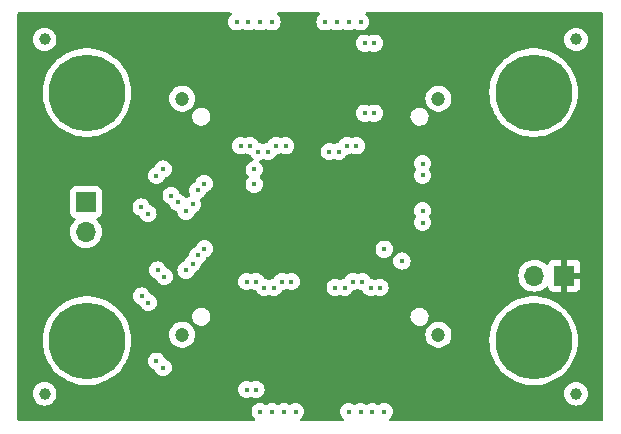
<source format=gbr>
%TF.GenerationSoftware,KiCad,Pcbnew,7.0.2-0*%
%TF.CreationDate,2023-05-25T20:57:36-04:00*%
%TF.ProjectId,szg-c2c-txr4,737a672d-6332-4632-9d74-7872342e6b69,A*%
%TF.SameCoordinates,Original*%
%TF.FileFunction,Copper,L1,Top*%
%TF.FilePolarity,Positive*%
%FSLAX46Y46*%
G04 Gerber Fmt 4.6, Leading zero omitted, Abs format (unit mm)*
G04 Created by KiCad (PCBNEW 7.0.2-0) date 2023-05-25 20:57:36*
%MOMM*%
%LPD*%
G01*
G04 APERTURE LIST*
%TA.AperFunction,ComponentPad*%
%ADD10R,1.700000X1.700000*%
%TD*%
%TA.AperFunction,ComponentPad*%
%ADD11O,1.700000X1.700000*%
%TD*%
%TA.AperFunction,SMDPad,CuDef*%
%ADD12C,1.000000*%
%TD*%
%TA.AperFunction,ComponentPad*%
%ADD13C,3.600000*%
%TD*%
%TA.AperFunction,ConnectorPad*%
%ADD14C,6.500000*%
%TD*%
%TA.AperFunction,ComponentPad*%
%ADD15C,1.200000*%
%TD*%
%TA.AperFunction,ViaPad*%
%ADD16C,0.450000*%
%TD*%
G04 APERTURE END LIST*
D10*
%TO.P,J4,1,Pin_1*%
%TO.N,GND*%
X173500000Y-114500000D03*
D11*
%TO.P,J4,2,Pin_2*%
%TO.N,/SS1*%
X170960000Y-114500000D03*
%TD*%
D12*
%TO.P,FID6,*%
%TO.N,*%
X174500000Y-94500000D03*
%TD*%
D13*
%TO.P,H1,1,1*%
%TO.N,unconnected-(H1-Pad1)*%
X133090000Y-99000000D03*
D14*
X133090000Y-99000000D03*
%TD*%
D13*
%TO.P,H2,1,1*%
%TO.N,unconnected-(H2-Pad1)*%
X170910000Y-99000000D03*
D14*
X170910000Y-99000000D03*
%TD*%
D12*
%TO.P,FID5,*%
%TO.N,*%
X129500000Y-94500000D03*
%TD*%
%TO.P,FID3,*%
%TO.N,*%
X129500000Y-124500000D03*
%TD*%
D13*
%TO.P,H4,1,1*%
%TO.N,unconnected-(H4-Pad1)*%
X170910000Y-120000000D03*
D14*
X170910000Y-120000000D03*
%TD*%
D12*
%TO.P,FID4,*%
%TO.N,*%
X174500000Y-124500000D03*
%TD*%
D13*
%TO.P,H3,1,1*%
%TO.N,unconnected-(H3-Pad1)*%
X133090000Y-120000000D03*
D14*
X133090000Y-120000000D03*
%TD*%
D15*
%TO.P,J1,MH*%
%TO.N,N/C*%
X141155000Y-99500000D03*
X162845000Y-99500000D03*
%TD*%
%TO.P,J2,MH*%
%TO.N,N/C*%
X162845000Y-119500000D03*
X141155000Y-119500000D03*
%TD*%
D10*
%TO.P,J3,1,Pin_1*%
%TO.N,+5V*%
X133000000Y-108250000D03*
D11*
%TO.P,J3,2,Pin_2*%
%TO.N,/J2_5V*%
X133000000Y-110790000D03*
%TD*%
D16*
%TO.N,GND*%
X163500000Y-107500000D03*
X152250000Y-93000000D03*
X149750000Y-93000000D03*
X161500000Y-107000000D03*
X159500000Y-120000000D03*
X153250000Y-120000000D03*
X147250000Y-99500000D03*
X152500000Y-113250000D03*
X146500000Y-119500000D03*
X154250000Y-126000000D03*
X149250000Y-120000000D03*
X161250000Y-120000000D03*
X164500000Y-104000000D03*
X159750000Y-99000000D03*
X152750000Y-99500000D03*
X154500000Y-114250000D03*
X161250000Y-99000000D03*
X144750000Y-93000000D03*
X144250000Y-120000000D03*
X172500000Y-109000000D03*
X157250000Y-93000000D03*
X161500000Y-108000000D03*
X154750000Y-120000000D03*
X154750000Y-99500000D03*
X151750000Y-126000000D03*
X159250000Y-126000000D03*
X142750000Y-120000000D03*
X157500000Y-98750000D03*
X172500000Y-106000000D03*
X161500000Y-104000000D03*
X175750000Y-108500000D03*
X163500000Y-112010000D03*
X174000000Y-106250000D03*
X146750000Y-126000000D03*
X142750000Y-99000000D03*
X156750000Y-120000000D03*
X149000000Y-99500000D03*
%TO.N,/J2_RX1+*%
X156400000Y-115000000D03*
X154250000Y-93000000D03*
%TO.N,/J2_RX1-*%
X155600000Y-115000000D03*
X153250000Y-93000000D03*
%TO.N,/J2_RX3+*%
X150400000Y-115000000D03*
X148750000Y-93000000D03*
%TO.N,/J2_RX3-*%
X147750000Y-93000000D03*
X149600000Y-115000000D03*
%TO.N,/J2_RX2+*%
X146750000Y-93000000D03*
X148900000Y-115500000D03*
%TO.N,/J2_RX2-*%
X148100000Y-115500000D03*
X145750000Y-93000000D03*
%TO.N,/J1_RX0+*%
X147750000Y-126000000D03*
X146100000Y-103498408D03*
%TO.N,/J1_RX0-*%
X146900000Y-103498408D03*
X148750000Y-126000000D03*
%TO.N,/J1_RX1+*%
X149750000Y-126000000D03*
X147600000Y-103998408D03*
%TO.N,/J1_RX1-*%
X148400000Y-103998408D03*
X150750000Y-126000000D03*
%TO.N,/J1_RX3+*%
X153600000Y-103998408D03*
X155250000Y-126000000D03*
%TO.N,/J1_RX3-*%
X156250000Y-126000000D03*
X154400000Y-103998408D03*
%TO.N,/J1_RX2+*%
X157250000Y-126000000D03*
X155100000Y-103498408D03*
%TO.N,/J1_RX2-*%
X158250000Y-126000000D03*
X155900000Y-103498408D03*
%TO.N,/J2_REFCLK+*%
X154900000Y-115500000D03*
X161500000Y-109000000D03*
%TO.N,/J2_REFCLK-*%
X161500000Y-110000000D03*
X154100000Y-115500000D03*
%TO.N,/J1_REFCLK-*%
X149900000Y-103500000D03*
X161500000Y-106000000D03*
%TO.N,/J1_REFCLK+*%
X149100000Y-103500000D03*
X161500000Y-105000000D03*
%TO.N,/J2_RX0+*%
X156250000Y-93000000D03*
X157900000Y-115500000D03*
%TO.N,/J2_RX0-*%
X157100000Y-115500000D03*
X155250000Y-93000000D03*
%TO.N,/SCL*%
X147250000Y-106750000D03*
X159750000Y-113250000D03*
%TO.N,/SDA*%
X158250000Y-112250000D03*
X147250000Y-105500000D03*
%TO.N,/S0S1+*%
X138967157Y-106032843D03*
X139078135Y-114015502D03*
%TO.N,/S0S1-*%
X139643821Y-114581188D03*
X139532843Y-105467157D03*
%TO.N,/S2S4+*%
X143013040Y-106707916D03*
X143032843Y-112217157D03*
%TO.N,/S3S5+*%
X137678415Y-108682654D03*
X137717157Y-116217157D03*
%TO.N,/S2S4-*%
X142447354Y-107273602D03*
X142467157Y-112782843D03*
%TO.N,/S3S5-*%
X138282843Y-116782843D03*
X138244101Y-109248340D03*
%TO.N,/S6S8+*%
X142032843Y-108467157D03*
X142032843Y-113467157D03*
%TO.N,/S7S9+*%
X138967157Y-121717157D03*
X140217157Y-107717157D03*
%TO.N,/S6S8-*%
X141467157Y-109032843D03*
X141467157Y-114032843D03*
%TO.N,/S7S9-*%
X139532843Y-122282843D03*
X140782843Y-108282843D03*
%TO.N,/J2_C2P_CLK+*%
X147400000Y-124137046D03*
X156600000Y-100743729D03*
%TO.N,/J1_C2P_CLK+*%
X147400000Y-115000000D03*
X156600000Y-94816240D03*
%TO.N,/J2_C2P_CLK-*%
X146600000Y-124137046D03*
X157400000Y-100743729D03*
%TO.N,/J1_C2P_CLK-*%
X157400000Y-94816240D03*
X146600000Y-115000000D03*
%TD*%
%TA.AperFunction,Conductor*%
%TO.N,GND*%
G36*
X145295383Y-92220185D02*
G01*
X145341138Y-92272989D01*
X145351082Y-92342147D01*
X145322057Y-92405703D01*
X145295568Y-92428419D01*
X145179193Y-92544794D01*
X145092209Y-92683227D01*
X145038213Y-92837538D01*
X145019908Y-93000000D01*
X145038213Y-93162461D01*
X145092209Y-93316772D01*
X145092211Y-93316775D01*
X145179192Y-93455204D01*
X145294796Y-93570808D01*
X145433225Y-93657789D01*
X145433227Y-93657790D01*
X145587538Y-93711786D01*
X145749999Y-93730091D01*
X145749999Y-93730090D01*
X145750000Y-93730091D01*
X145912461Y-93711786D01*
X146066775Y-93657789D01*
X146184030Y-93584112D01*
X146251264Y-93565113D01*
X146315969Y-93584112D01*
X146433225Y-93657789D01*
X146433227Y-93657790D01*
X146587538Y-93711786D01*
X146749999Y-93730091D01*
X146749999Y-93730090D01*
X146750000Y-93730091D01*
X146912461Y-93711786D01*
X147066775Y-93657789D01*
X147184030Y-93584112D01*
X147251264Y-93565113D01*
X147315969Y-93584112D01*
X147433225Y-93657789D01*
X147433227Y-93657790D01*
X147587538Y-93711786D01*
X147749999Y-93730091D01*
X147749999Y-93730090D01*
X147750000Y-93730091D01*
X147912461Y-93711786D01*
X148066775Y-93657789D01*
X148184030Y-93584112D01*
X148251264Y-93565113D01*
X148315969Y-93584112D01*
X148433225Y-93657789D01*
X148433227Y-93657790D01*
X148587538Y-93711786D01*
X148749999Y-93730091D01*
X148749999Y-93730090D01*
X148750000Y-93730091D01*
X148912461Y-93711786D01*
X149066775Y-93657789D01*
X149205204Y-93570808D01*
X149320808Y-93455204D01*
X149407789Y-93316775D01*
X149461786Y-93162461D01*
X149480091Y-93000000D01*
X149461786Y-92837539D01*
X149407789Y-92683225D01*
X149320808Y-92544796D01*
X149205204Y-92429192D01*
X149195325Y-92419313D01*
X149196043Y-92418594D01*
X149159392Y-92377157D01*
X149148745Y-92308103D01*
X149177121Y-92244255D01*
X149235512Y-92205885D01*
X149271656Y-92200500D01*
X152728344Y-92200500D01*
X152795383Y-92220185D01*
X152841138Y-92272989D01*
X152851082Y-92342147D01*
X152822057Y-92405703D01*
X152795568Y-92428419D01*
X152679193Y-92544794D01*
X152592209Y-92683227D01*
X152538213Y-92837538D01*
X152519908Y-93000000D01*
X152538213Y-93162461D01*
X152592209Y-93316772D01*
X152592211Y-93316775D01*
X152679192Y-93455204D01*
X152794796Y-93570808D01*
X152933225Y-93657789D01*
X152933227Y-93657790D01*
X153087538Y-93711786D01*
X153250000Y-93730091D01*
X153412461Y-93711786D01*
X153566775Y-93657789D01*
X153684030Y-93584112D01*
X153751264Y-93565113D01*
X153815969Y-93584112D01*
X153933225Y-93657789D01*
X153933227Y-93657790D01*
X154087538Y-93711786D01*
X154250000Y-93730091D01*
X154412461Y-93711786D01*
X154566775Y-93657789D01*
X154684030Y-93584112D01*
X154751264Y-93565113D01*
X154815969Y-93584112D01*
X154933225Y-93657789D01*
X154933227Y-93657790D01*
X155087538Y-93711786D01*
X155250000Y-93730091D01*
X155412461Y-93711786D01*
X155566775Y-93657789D01*
X155684030Y-93584112D01*
X155751264Y-93565113D01*
X155815969Y-93584112D01*
X155933225Y-93657789D01*
X155933227Y-93657790D01*
X156087538Y-93711786D01*
X156250000Y-93730091D01*
X156412461Y-93711786D01*
X156566775Y-93657789D01*
X156705204Y-93570808D01*
X156820808Y-93455204D01*
X156907789Y-93316775D01*
X156961786Y-93162461D01*
X156980091Y-93000000D01*
X156961786Y-92837539D01*
X156907789Y-92683225D01*
X156820808Y-92544796D01*
X156705204Y-92429192D01*
X156705204Y-92429191D01*
X156695325Y-92419313D01*
X156696043Y-92418594D01*
X156659392Y-92377157D01*
X156648745Y-92308103D01*
X156677121Y-92244255D01*
X156735512Y-92205885D01*
X156771656Y-92200500D01*
X176675500Y-92200500D01*
X176742539Y-92220185D01*
X176788294Y-92272989D01*
X176799500Y-92324500D01*
X176799500Y-126675500D01*
X176779815Y-126742539D01*
X176727011Y-126788294D01*
X176675500Y-126799500D01*
X158771656Y-126799500D01*
X158704617Y-126779815D01*
X158658862Y-126727011D01*
X158648918Y-126657853D01*
X158677943Y-126594297D01*
X158704431Y-126571580D01*
X158705201Y-126570809D01*
X158705204Y-126570808D01*
X158820808Y-126455204D01*
X158907789Y-126316775D01*
X158961786Y-126162461D01*
X158980091Y-126000000D01*
X158961786Y-125837539D01*
X158907789Y-125683225D01*
X158820808Y-125544796D01*
X158705204Y-125429192D01*
X158566775Y-125342211D01*
X158566772Y-125342209D01*
X158412461Y-125288213D01*
X158250000Y-125269908D01*
X158087538Y-125288213D01*
X157933227Y-125342209D01*
X157815972Y-125415886D01*
X157748735Y-125434886D01*
X157684028Y-125415886D01*
X157566772Y-125342209D01*
X157412461Y-125288213D01*
X157249999Y-125269908D01*
X157087538Y-125288213D01*
X156933227Y-125342209D01*
X156815972Y-125415886D01*
X156748735Y-125434886D01*
X156684028Y-125415886D01*
X156566772Y-125342209D01*
X156412461Y-125288213D01*
X156250000Y-125269908D01*
X156087538Y-125288213D01*
X155933227Y-125342209D01*
X155815972Y-125415886D01*
X155748735Y-125434886D01*
X155684028Y-125415886D01*
X155566772Y-125342209D01*
X155412461Y-125288213D01*
X155249999Y-125269908D01*
X155087538Y-125288213D01*
X154933227Y-125342209D01*
X154794794Y-125429193D01*
X154679193Y-125544794D01*
X154592209Y-125683227D01*
X154538213Y-125837538D01*
X154519908Y-126000000D01*
X154538213Y-126162461D01*
X154592209Y-126316772D01*
X154679193Y-126455205D01*
X154804675Y-126580687D01*
X154803956Y-126581405D01*
X154840608Y-126622843D01*
X154851255Y-126691897D01*
X154822879Y-126755745D01*
X154764488Y-126794115D01*
X154728344Y-126799500D01*
X151271656Y-126799500D01*
X151204617Y-126779815D01*
X151158862Y-126727011D01*
X151148918Y-126657853D01*
X151177943Y-126594297D01*
X151204431Y-126571580D01*
X151205201Y-126570809D01*
X151205204Y-126570808D01*
X151320808Y-126455204D01*
X151407789Y-126316775D01*
X151461786Y-126162461D01*
X151480091Y-126000000D01*
X151461786Y-125837539D01*
X151407789Y-125683225D01*
X151320808Y-125544796D01*
X151205204Y-125429192D01*
X151066775Y-125342211D01*
X151066772Y-125342209D01*
X150912461Y-125288213D01*
X150749999Y-125269908D01*
X150587538Y-125288213D01*
X150433224Y-125342210D01*
X150315970Y-125415886D01*
X150248734Y-125434886D01*
X150184028Y-125415886D01*
X150066775Y-125342211D01*
X150066772Y-125342209D01*
X149912461Y-125288213D01*
X149750000Y-125269908D01*
X149587538Y-125288213D01*
X149433227Y-125342209D01*
X149315972Y-125415886D01*
X149248735Y-125434886D01*
X149184028Y-125415886D01*
X149066772Y-125342209D01*
X148912461Y-125288213D01*
X148749999Y-125269908D01*
X148587538Y-125288213D01*
X148433224Y-125342210D01*
X148315970Y-125415886D01*
X148248734Y-125434886D01*
X148184028Y-125415886D01*
X148066775Y-125342211D01*
X148066772Y-125342209D01*
X147912461Y-125288213D01*
X147750000Y-125269908D01*
X147587538Y-125288213D01*
X147433227Y-125342209D01*
X147294794Y-125429193D01*
X147179193Y-125544794D01*
X147092209Y-125683227D01*
X147038213Y-125837538D01*
X147019908Y-126000000D01*
X147038213Y-126162461D01*
X147092209Y-126316772D01*
X147179193Y-126455205D01*
X147304675Y-126580687D01*
X147303956Y-126581405D01*
X147340608Y-126622843D01*
X147351255Y-126691897D01*
X147322879Y-126755745D01*
X147264488Y-126794115D01*
X147228344Y-126799500D01*
X127324500Y-126799500D01*
X127257461Y-126779815D01*
X127211706Y-126727011D01*
X127200500Y-126675500D01*
X127200500Y-124499999D01*
X128494659Y-124499999D01*
X128513976Y-124696133D01*
X128571185Y-124884726D01*
X128571186Y-124884727D01*
X128664090Y-125058538D01*
X128789117Y-125210883D01*
X128941462Y-125335910D01*
X129115273Y-125428814D01*
X129303868Y-125486024D01*
X129500000Y-125505341D01*
X129696132Y-125486024D01*
X129884727Y-125428814D01*
X130058538Y-125335910D01*
X130210883Y-125210883D01*
X130335910Y-125058538D01*
X130428814Y-124884727D01*
X130486024Y-124696132D01*
X130505341Y-124500000D01*
X130486024Y-124303868D01*
X130435419Y-124137046D01*
X145869908Y-124137046D01*
X145888213Y-124299507D01*
X145942209Y-124453818D01*
X145942211Y-124453821D01*
X146029192Y-124592250D01*
X146144796Y-124707854D01*
X146283225Y-124794835D01*
X146283227Y-124794836D01*
X146437538Y-124848832D01*
X146600000Y-124867137D01*
X146762461Y-124848832D01*
X146916775Y-124794835D01*
X146934027Y-124783994D01*
X147001262Y-124764993D01*
X147065972Y-124783994D01*
X147083225Y-124794834D01*
X147083225Y-124794835D01*
X147237538Y-124848832D01*
X147400000Y-124867137D01*
X147562461Y-124848832D01*
X147716775Y-124794835D01*
X147855204Y-124707854D01*
X147970808Y-124592250D01*
X148028773Y-124499999D01*
X173494659Y-124499999D01*
X173513976Y-124696133D01*
X173571185Y-124884726D01*
X173571186Y-124884727D01*
X173664090Y-125058538D01*
X173789117Y-125210883D01*
X173941462Y-125335910D01*
X174115273Y-125428814D01*
X174303868Y-125486024D01*
X174500000Y-125505341D01*
X174696132Y-125486024D01*
X174884727Y-125428814D01*
X175058538Y-125335910D01*
X175210883Y-125210883D01*
X175335910Y-125058538D01*
X175428814Y-124884727D01*
X175486024Y-124696132D01*
X175505341Y-124500000D01*
X175486024Y-124303868D01*
X175428814Y-124115273D01*
X175335910Y-123941462D01*
X175210883Y-123789117D01*
X175058538Y-123664090D01*
X175004936Y-123635439D01*
X174884726Y-123571185D01*
X174696133Y-123513976D01*
X174598065Y-123504317D01*
X174500000Y-123494659D01*
X174499999Y-123494659D01*
X174303866Y-123513976D01*
X174115273Y-123571185D01*
X173941463Y-123664089D01*
X173789117Y-123789117D01*
X173664089Y-123941463D01*
X173571185Y-124115273D01*
X173513976Y-124303866D01*
X173494659Y-124499999D01*
X148028773Y-124499999D01*
X148057789Y-124453821D01*
X148111786Y-124299507D01*
X148130091Y-124137046D01*
X148111786Y-123974585D01*
X148057789Y-123820271D01*
X147970808Y-123681842D01*
X147855204Y-123566238D01*
X147716775Y-123479257D01*
X147716772Y-123479255D01*
X147562461Y-123425259D01*
X147400000Y-123406954D01*
X147237538Y-123425259D01*
X147083226Y-123479256D01*
X147065969Y-123490099D01*
X146998732Y-123509097D01*
X146934031Y-123490099D01*
X146916773Y-123479256D01*
X146762461Y-123425259D01*
X146600000Y-123406954D01*
X146437538Y-123425259D01*
X146283227Y-123479255D01*
X146144794Y-123566239D01*
X146029193Y-123681840D01*
X145942209Y-123820273D01*
X145888213Y-123974584D01*
X145869908Y-124137046D01*
X130435419Y-124137046D01*
X130428814Y-124115273D01*
X130335910Y-123941462D01*
X130210883Y-123789117D01*
X130058538Y-123664090D01*
X130004936Y-123635439D01*
X129884726Y-123571185D01*
X129696133Y-123513976D01*
X129500000Y-123494659D01*
X129303866Y-123513976D01*
X129115273Y-123571185D01*
X128941463Y-123664089D01*
X128789117Y-123789117D01*
X128664089Y-123941463D01*
X128571185Y-124115273D01*
X128513976Y-124303866D01*
X128494659Y-124499999D01*
X127200500Y-124499999D01*
X127200500Y-120000000D01*
X129334680Y-120000000D01*
X129353947Y-120379919D01*
X129411552Y-120755940D01*
X129412338Y-120758977D01*
X129412339Y-120758980D01*
X129490114Y-121059368D01*
X129506902Y-121124204D01*
X129639019Y-121480932D01*
X129806549Y-121822464D01*
X129808198Y-121825111D01*
X129808205Y-121825122D01*
X129842173Y-121879618D01*
X130007771Y-122145295D01*
X130009687Y-122147770D01*
X130009691Y-122147776D01*
X130028722Y-122172362D01*
X130240620Y-122446112D01*
X130502709Y-122721829D01*
X130791346Y-122969616D01*
X131103571Y-123186931D01*
X131436179Y-123371543D01*
X131439057Y-123372778D01*
X131439061Y-123372780D01*
X131782866Y-123520318D01*
X131785758Y-123521559D01*
X132148720Y-123635439D01*
X132521340Y-123712015D01*
X132899796Y-123750500D01*
X132902938Y-123750500D01*
X133277062Y-123750500D01*
X133280204Y-123750500D01*
X133658660Y-123712015D01*
X134031280Y-123635439D01*
X134394242Y-123521559D01*
X134743821Y-123371543D01*
X135076429Y-123186931D01*
X135388654Y-122969616D01*
X135677291Y-122721829D01*
X135939380Y-122446112D01*
X136172229Y-122145295D01*
X136373451Y-121822464D01*
X136425107Y-121717156D01*
X138237065Y-121717156D01*
X138255370Y-121879618D01*
X138309366Y-122033929D01*
X138309368Y-122033932D01*
X138396349Y-122172361D01*
X138511953Y-122287965D01*
X138650382Y-122374946D01*
X138760451Y-122413461D01*
X138817227Y-122454182D01*
X138836537Y-122489546D01*
X138875053Y-122599615D01*
X138875054Y-122599618D01*
X138962035Y-122738047D01*
X139077639Y-122853651D01*
X139216068Y-122940632D01*
X139216070Y-122940633D01*
X139370381Y-122994629D01*
X139532842Y-123012934D01*
X139532842Y-123012933D01*
X139532843Y-123012934D01*
X139695304Y-122994629D01*
X139849618Y-122940632D01*
X139988047Y-122853651D01*
X140103651Y-122738047D01*
X140190632Y-122599618D01*
X140244629Y-122445304D01*
X140262934Y-122282843D01*
X140247137Y-122142636D01*
X140244629Y-122120381D01*
X140190633Y-121966070D01*
X140190632Y-121966068D01*
X140103651Y-121827639D01*
X139988047Y-121712035D01*
X139849618Y-121625054D01*
X139849617Y-121625053D01*
X139849616Y-121625053D01*
X139739546Y-121586537D01*
X139682771Y-121545815D01*
X139663461Y-121510453D01*
X139624946Y-121400382D01*
X139537965Y-121261953D01*
X139422361Y-121146349D01*
X139283932Y-121059368D01*
X139283929Y-121059366D01*
X139129618Y-121005370D01*
X138967157Y-120987065D01*
X138804695Y-121005370D01*
X138650384Y-121059366D01*
X138511951Y-121146350D01*
X138396350Y-121261951D01*
X138309366Y-121400384D01*
X138255370Y-121554695D01*
X138237065Y-121717156D01*
X136425107Y-121717156D01*
X136540981Y-121480932D01*
X136673098Y-121124204D01*
X136768448Y-120755940D01*
X136826053Y-120379919D01*
X136845320Y-120000000D01*
X136826053Y-119620081D01*
X136807657Y-119500000D01*
X140049785Y-119500000D01*
X140068602Y-119703083D01*
X140124418Y-119899251D01*
X140215324Y-120081818D01*
X140338236Y-120244580D01*
X140488958Y-120381981D01*
X140662361Y-120489347D01*
X140662363Y-120489348D01*
X140852544Y-120563024D01*
X141053024Y-120600500D01*
X141053026Y-120600500D01*
X141256974Y-120600500D01*
X141256976Y-120600500D01*
X141457456Y-120563024D01*
X141647637Y-120489348D01*
X141821041Y-120381981D01*
X141971764Y-120244579D01*
X142094673Y-120081821D01*
X142094673Y-120081819D01*
X142094675Y-120081818D01*
X142140313Y-119990161D01*
X142185582Y-119899250D01*
X142241397Y-119703083D01*
X142260215Y-119500000D01*
X142260215Y-119499999D01*
X161739785Y-119499999D01*
X161758602Y-119703083D01*
X161814418Y-119899251D01*
X161905324Y-120081818D01*
X162028236Y-120244580D01*
X162178958Y-120381981D01*
X162352361Y-120489347D01*
X162352363Y-120489348D01*
X162542544Y-120563024D01*
X162743024Y-120600500D01*
X162743026Y-120600500D01*
X162946974Y-120600500D01*
X162946976Y-120600500D01*
X163147456Y-120563024D01*
X163337637Y-120489348D01*
X163511041Y-120381981D01*
X163661764Y-120244579D01*
X163784673Y-120081821D01*
X163784673Y-120081819D01*
X163784675Y-120081818D01*
X163825414Y-120000000D01*
X167154680Y-120000000D01*
X167173947Y-120379919D01*
X167231552Y-120755940D01*
X167232338Y-120758977D01*
X167232339Y-120758980D01*
X167310114Y-121059368D01*
X167326902Y-121124204D01*
X167459019Y-121480932D01*
X167626549Y-121822464D01*
X167628198Y-121825111D01*
X167628205Y-121825122D01*
X167662173Y-121879618D01*
X167827771Y-122145295D01*
X167829687Y-122147770D01*
X167829691Y-122147776D01*
X167848722Y-122172362D01*
X168060620Y-122446112D01*
X168322709Y-122721829D01*
X168611346Y-122969616D01*
X168923571Y-123186931D01*
X169256179Y-123371543D01*
X169259057Y-123372778D01*
X169259061Y-123372780D01*
X169602866Y-123520318D01*
X169605758Y-123521559D01*
X169968720Y-123635439D01*
X170341340Y-123712015D01*
X170719796Y-123750500D01*
X170722938Y-123750500D01*
X171097062Y-123750500D01*
X171100204Y-123750500D01*
X171478660Y-123712015D01*
X171851280Y-123635439D01*
X172214242Y-123521559D01*
X172563821Y-123371543D01*
X172896429Y-123186931D01*
X173208654Y-122969616D01*
X173497291Y-122721829D01*
X173759380Y-122446112D01*
X173992229Y-122145295D01*
X174193451Y-121822464D01*
X174360981Y-121480932D01*
X174493098Y-121124204D01*
X174588448Y-120755940D01*
X174646053Y-120379919D01*
X174665320Y-120000000D01*
X174646053Y-119620081D01*
X174588448Y-119244060D01*
X174493098Y-118875796D01*
X174360981Y-118519068D01*
X174193451Y-118177536D01*
X173992229Y-117854705D01*
X173759380Y-117553888D01*
X173720293Y-117512769D01*
X173546830Y-117330286D01*
X173497291Y-117278171D01*
X173208654Y-117030384D01*
X172896429Y-116813069D01*
X172893680Y-116811543D01*
X172566566Y-116629980D01*
X172566556Y-116629975D01*
X172563821Y-116628457D01*
X172560951Y-116627225D01*
X172560938Y-116627219D01*
X172217133Y-116479681D01*
X172217122Y-116479677D01*
X172214242Y-116478441D01*
X172211244Y-116477500D01*
X172211235Y-116477497D01*
X171854276Y-116365501D01*
X171854275Y-116365500D01*
X171851280Y-116364561D01*
X171848225Y-116363933D01*
X171848209Y-116363929D01*
X171481728Y-116288615D01*
X171481718Y-116288613D01*
X171478660Y-116287985D01*
X171475543Y-116287668D01*
X171103327Y-116249817D01*
X171103315Y-116249816D01*
X171100204Y-116249500D01*
X170719796Y-116249500D01*
X170716685Y-116249816D01*
X170716672Y-116249817D01*
X170344456Y-116287668D01*
X170344453Y-116287668D01*
X170341340Y-116287985D01*
X170338284Y-116288612D01*
X170338271Y-116288615D01*
X169971790Y-116363929D01*
X169971769Y-116363934D01*
X169968720Y-116364561D01*
X169965728Y-116365499D01*
X169965723Y-116365501D01*
X169608764Y-116477497D01*
X169608748Y-116477502D01*
X169605758Y-116478441D01*
X169602883Y-116479674D01*
X169602866Y-116479681D01*
X169259061Y-116627219D01*
X169259040Y-116627228D01*
X169256179Y-116628457D01*
X169253450Y-116629971D01*
X169253433Y-116629980D01*
X168926319Y-116811543D01*
X168926308Y-116811549D01*
X168923571Y-116813069D01*
X168921002Y-116814856D01*
X168920994Y-116814862D01*
X168613927Y-117028587D01*
X168613919Y-117028592D01*
X168611346Y-117030384D01*
X168608967Y-117032425D01*
X168608957Y-117032434D01*
X168325093Y-117276124D01*
X168322709Y-117278171D01*
X168320549Y-117280442D01*
X168320544Y-117280448D01*
X168062785Y-117551609D01*
X168062772Y-117551623D01*
X168060620Y-117553888D01*
X168058702Y-117556365D01*
X168058695Y-117556374D01*
X167829691Y-117852223D01*
X167829680Y-117852238D01*
X167827771Y-117854705D01*
X167826116Y-117857359D01*
X167826114Y-117857363D01*
X167628205Y-118174877D01*
X167628193Y-118174896D01*
X167626549Y-118177536D01*
X167625174Y-118180338D01*
X167625169Y-118180348D01*
X167463147Y-118510652D01*
X167459019Y-118519068D01*
X167457928Y-118522012D01*
X167457924Y-118522023D01*
X167327991Y-118872855D01*
X167326902Y-118875796D01*
X167326121Y-118878811D01*
X167326117Y-118878825D01*
X167268657Y-119100750D01*
X167231552Y-119244060D01*
X167231077Y-119247159D01*
X167231075Y-119247170D01*
X167192343Y-119499999D01*
X167173947Y-119620081D01*
X167173788Y-119623216D01*
X167173787Y-119623226D01*
X167159789Y-119899250D01*
X167154680Y-120000000D01*
X163825414Y-120000000D01*
X163830313Y-119990161D01*
X163875582Y-119899250D01*
X163931397Y-119703083D01*
X163950215Y-119500000D01*
X163931397Y-119296917D01*
X163915492Y-119241019D01*
X163875581Y-119100748D01*
X163784675Y-118918181D01*
X163661763Y-118755419D01*
X163511041Y-118618018D01*
X163337638Y-118510652D01*
X163147457Y-118436976D01*
X163080629Y-118424483D01*
X162946976Y-118399500D01*
X162743024Y-118399500D01*
X162642783Y-118418238D01*
X162542542Y-118436976D01*
X162352361Y-118510652D01*
X162178958Y-118618018D01*
X162028236Y-118755419D01*
X161905324Y-118918181D01*
X161814418Y-119100748D01*
X161758602Y-119296916D01*
X161739785Y-119499999D01*
X142260215Y-119499999D01*
X142241397Y-119296917D01*
X142225492Y-119241019D01*
X142185581Y-119100748D01*
X142094675Y-118918181D01*
X141971763Y-118755419D01*
X141821041Y-118618018D01*
X141647638Y-118510652D01*
X141457457Y-118436976D01*
X141390629Y-118424483D01*
X141256976Y-118399500D01*
X141053024Y-118399500D01*
X140952783Y-118418238D01*
X140852542Y-118436976D01*
X140662361Y-118510652D01*
X140488958Y-118618018D01*
X140338236Y-118755419D01*
X140215324Y-118918181D01*
X140124418Y-119100748D01*
X140068602Y-119296916D01*
X140049785Y-119500000D01*
X136807657Y-119500000D01*
X136768448Y-119244060D01*
X136673098Y-118875796D01*
X136540981Y-118519068D01*
X136373451Y-118177536D01*
X136271842Y-118014519D01*
X141995617Y-118014519D01*
X142011212Y-118102958D01*
X142026489Y-118189599D01*
X142062581Y-118273269D01*
X142096904Y-118352838D01*
X142203067Y-118495439D01*
X142339251Y-118609712D01*
X142339252Y-118609712D01*
X142339254Y-118609714D01*
X142498123Y-118689501D01*
X142498124Y-118689501D01*
X142498126Y-118689502D01*
X142671108Y-118730500D01*
X142671110Y-118730500D01*
X142800694Y-118730500D01*
X142804292Y-118730500D01*
X142936577Y-118715038D01*
X143103635Y-118654234D01*
X143252168Y-118556543D01*
X143374167Y-118427231D01*
X143463057Y-118273269D01*
X143514045Y-118102958D01*
X143519196Y-118014519D01*
X160475617Y-118014519D01*
X160491212Y-118102958D01*
X160506489Y-118189599D01*
X160542581Y-118273269D01*
X160576904Y-118352838D01*
X160683067Y-118495439D01*
X160819251Y-118609712D01*
X160819252Y-118609712D01*
X160819254Y-118609714D01*
X160978123Y-118689501D01*
X160978124Y-118689501D01*
X160978126Y-118689502D01*
X161151108Y-118730500D01*
X161151110Y-118730500D01*
X161280694Y-118730500D01*
X161284292Y-118730500D01*
X161416577Y-118715038D01*
X161583635Y-118654234D01*
X161732168Y-118556543D01*
X161854167Y-118427231D01*
X161943057Y-118273269D01*
X161994045Y-118102958D01*
X162004382Y-117925480D01*
X161973511Y-117750401D01*
X161903096Y-117587162D01*
X161796933Y-117444561D01*
X161724114Y-117383458D01*
X161660748Y-117330287D01*
X161501873Y-117250497D01*
X161328892Y-117209500D01*
X161328890Y-117209500D01*
X161195708Y-117209500D01*
X161192142Y-117209916D01*
X161192138Y-117209917D01*
X161063420Y-117224962D01*
X160896366Y-117285765D01*
X160747830Y-117383458D01*
X160625833Y-117512768D01*
X160536943Y-117666730D01*
X160485955Y-117837043D01*
X160475617Y-118014519D01*
X143519196Y-118014519D01*
X143524382Y-117925480D01*
X143493511Y-117750401D01*
X143423096Y-117587162D01*
X143316933Y-117444561D01*
X143244114Y-117383458D01*
X143180748Y-117330287D01*
X143021873Y-117250497D01*
X142848892Y-117209500D01*
X142848890Y-117209500D01*
X142715708Y-117209500D01*
X142712142Y-117209916D01*
X142712138Y-117209917D01*
X142583420Y-117224962D01*
X142416366Y-117285765D01*
X142267830Y-117383458D01*
X142145833Y-117512768D01*
X142056943Y-117666730D01*
X142005955Y-117837043D01*
X141995617Y-118014519D01*
X136271842Y-118014519D01*
X136172229Y-117854705D01*
X135939380Y-117553888D01*
X135900293Y-117512769D01*
X135726830Y-117330286D01*
X135677291Y-117278171D01*
X135388654Y-117030384D01*
X135076429Y-116813069D01*
X135073680Y-116811543D01*
X134746566Y-116629980D01*
X134746556Y-116629975D01*
X134743821Y-116628457D01*
X134740951Y-116627225D01*
X134740938Y-116627219D01*
X134397133Y-116479681D01*
X134397122Y-116479677D01*
X134394242Y-116478441D01*
X134391244Y-116477500D01*
X134391235Y-116477497D01*
X134034276Y-116365501D01*
X134034275Y-116365500D01*
X134031280Y-116364561D01*
X134028225Y-116363933D01*
X134028209Y-116363929D01*
X133661728Y-116288615D01*
X133661718Y-116288613D01*
X133658660Y-116287985D01*
X133655543Y-116287668D01*
X133283327Y-116249817D01*
X133283315Y-116249816D01*
X133280204Y-116249500D01*
X132899796Y-116249500D01*
X132896685Y-116249816D01*
X132896672Y-116249817D01*
X132524456Y-116287668D01*
X132524453Y-116287668D01*
X132521340Y-116287985D01*
X132518284Y-116288612D01*
X132518271Y-116288615D01*
X132151790Y-116363929D01*
X132151769Y-116363934D01*
X132148720Y-116364561D01*
X132145728Y-116365499D01*
X132145723Y-116365501D01*
X131788764Y-116477497D01*
X131788748Y-116477502D01*
X131785758Y-116478441D01*
X131782883Y-116479674D01*
X131782866Y-116479681D01*
X131439061Y-116627219D01*
X131439040Y-116627228D01*
X131436179Y-116628457D01*
X131433450Y-116629971D01*
X131433433Y-116629980D01*
X131106319Y-116811543D01*
X131106308Y-116811549D01*
X131103571Y-116813069D01*
X131101002Y-116814856D01*
X131100994Y-116814862D01*
X130793927Y-117028587D01*
X130793919Y-117028592D01*
X130791346Y-117030384D01*
X130788967Y-117032425D01*
X130788957Y-117032434D01*
X130505093Y-117276124D01*
X130502709Y-117278171D01*
X130500549Y-117280442D01*
X130500544Y-117280448D01*
X130242785Y-117551609D01*
X130242772Y-117551623D01*
X130240620Y-117553888D01*
X130238702Y-117556365D01*
X130238695Y-117556374D01*
X130009691Y-117852223D01*
X130009680Y-117852238D01*
X130007771Y-117854705D01*
X130006116Y-117857359D01*
X130006114Y-117857363D01*
X129808205Y-118174877D01*
X129808193Y-118174896D01*
X129806549Y-118177536D01*
X129805174Y-118180338D01*
X129805169Y-118180348D01*
X129643147Y-118510652D01*
X129639019Y-118519068D01*
X129637928Y-118522012D01*
X129637924Y-118522023D01*
X129507991Y-118872855D01*
X129506902Y-118875796D01*
X129506121Y-118878811D01*
X129506117Y-118878825D01*
X129448657Y-119100750D01*
X129411552Y-119244060D01*
X129411077Y-119247159D01*
X129411075Y-119247170D01*
X129372343Y-119499999D01*
X129353947Y-119620081D01*
X129353788Y-119623216D01*
X129353787Y-119623226D01*
X129339789Y-119899250D01*
X129334680Y-120000000D01*
X127200500Y-120000000D01*
X127200500Y-116217156D01*
X136987065Y-116217156D01*
X137005370Y-116379618D01*
X137059366Y-116533929D01*
X137059368Y-116533932D01*
X137146349Y-116672361D01*
X137261953Y-116787965D01*
X137400382Y-116874946D01*
X137510451Y-116913461D01*
X137567227Y-116954182D01*
X137586537Y-116989546D01*
X137625053Y-117099615D01*
X137625054Y-117099618D01*
X137712035Y-117238047D01*
X137827639Y-117353651D01*
X137966068Y-117440632D01*
X137966070Y-117440633D01*
X138120381Y-117494629D01*
X138282842Y-117512934D01*
X138282842Y-117512933D01*
X138282843Y-117512934D01*
X138445304Y-117494629D01*
X138599618Y-117440632D01*
X138738047Y-117353651D01*
X138853651Y-117238047D01*
X138940632Y-117099618D01*
X138994629Y-116945304D01*
X139012934Y-116782843D01*
X138995711Y-116629980D01*
X138994629Y-116620381D01*
X138940633Y-116466070D01*
X138940632Y-116466068D01*
X138853651Y-116327639D01*
X138738047Y-116212035D01*
X138599618Y-116125054D01*
X138599617Y-116125053D01*
X138599616Y-116125053D01*
X138489546Y-116086537D01*
X138432771Y-116045815D01*
X138413461Y-116010453D01*
X138374946Y-115900382D01*
X138287965Y-115761953D01*
X138172361Y-115646349D01*
X138033932Y-115559368D01*
X138033929Y-115559366D01*
X137879618Y-115505370D01*
X137717157Y-115487065D01*
X137554695Y-115505370D01*
X137400384Y-115559366D01*
X137261951Y-115646350D01*
X137146350Y-115761951D01*
X137059366Y-115900384D01*
X137005370Y-116054695D01*
X136987065Y-116217156D01*
X127200500Y-116217156D01*
X127200500Y-114015501D01*
X138348043Y-114015501D01*
X138366348Y-114177963D01*
X138420344Y-114332274D01*
X138420346Y-114332277D01*
X138507327Y-114470706D01*
X138622931Y-114586310D01*
X138761360Y-114673291D01*
X138871429Y-114711806D01*
X138928205Y-114752527D01*
X138947515Y-114787891D01*
X138986031Y-114897960D01*
X138986032Y-114897963D01*
X139073013Y-115036392D01*
X139188617Y-115151996D01*
X139327046Y-115238977D01*
X139327048Y-115238978D01*
X139481359Y-115292974D01*
X139643821Y-115311279D01*
X139806282Y-115292974D01*
X139960596Y-115238977D01*
X140099025Y-115151996D01*
X140214629Y-115036392D01*
X140237496Y-115000000D01*
X145869908Y-115000000D01*
X145888213Y-115162461D01*
X145942209Y-115316772D01*
X145942211Y-115316775D01*
X146029192Y-115455204D01*
X146144796Y-115570808D01*
X146283225Y-115657789D01*
X146283227Y-115657790D01*
X146437538Y-115711786D01*
X146600000Y-115730091D01*
X146762461Y-115711786D01*
X146916775Y-115657789D01*
X146934027Y-115646948D01*
X147001262Y-115627947D01*
X147065972Y-115646948D01*
X147083224Y-115657789D01*
X147083225Y-115657789D01*
X147237538Y-115711786D01*
X147334942Y-115722761D01*
X147399356Y-115749828D01*
X147438099Y-115805024D01*
X147442210Y-115816774D01*
X147485701Y-115885989D01*
X147529192Y-115955204D01*
X147644796Y-116070808D01*
X147783225Y-116157789D01*
X147783227Y-116157790D01*
X147937538Y-116211786D01*
X148100000Y-116230091D01*
X148262461Y-116211786D01*
X148416775Y-116157789D01*
X148434027Y-116146948D01*
X148501262Y-116127947D01*
X148565972Y-116146948D01*
X148583224Y-116157789D01*
X148583225Y-116157789D01*
X148737538Y-116211786D01*
X148900000Y-116230091D01*
X149062461Y-116211786D01*
X149216775Y-116157789D01*
X149355204Y-116070808D01*
X149470808Y-115955204D01*
X149557789Y-115816775D01*
X149561899Y-115805027D01*
X149602619Y-115748252D01*
X149665057Y-115722761D01*
X149762461Y-115711786D01*
X149775601Y-115707188D01*
X149916775Y-115657789D01*
X149934027Y-115646948D01*
X150001262Y-115627947D01*
X150065972Y-115646948D01*
X150083224Y-115657789D01*
X150083225Y-115657789D01*
X150237538Y-115711786D01*
X150400000Y-115730091D01*
X150562461Y-115711786D01*
X150716775Y-115657789D01*
X150855204Y-115570808D01*
X150926013Y-115499999D01*
X153369908Y-115499999D01*
X153388213Y-115662461D01*
X153442209Y-115816772D01*
X153442211Y-115816775D01*
X153529192Y-115955204D01*
X153644796Y-116070808D01*
X153783225Y-116157789D01*
X153783227Y-116157790D01*
X153937538Y-116211786D01*
X154100000Y-116230091D01*
X154262461Y-116211786D01*
X154416775Y-116157789D01*
X154434027Y-116146948D01*
X154501262Y-116127947D01*
X154565972Y-116146948D01*
X154583224Y-116157789D01*
X154583225Y-116157789D01*
X154737538Y-116211786D01*
X154900000Y-116230091D01*
X155062461Y-116211786D01*
X155216775Y-116157789D01*
X155355204Y-116070808D01*
X155470808Y-115955204D01*
X155557789Y-115816775D01*
X155561899Y-115805027D01*
X155602619Y-115748252D01*
X155665057Y-115722761D01*
X155762461Y-115711786D01*
X155775601Y-115707188D01*
X155916775Y-115657789D01*
X155934027Y-115646948D01*
X156001262Y-115627947D01*
X156065972Y-115646948D01*
X156083224Y-115657789D01*
X156083225Y-115657789D01*
X156237538Y-115711786D01*
X156334942Y-115722761D01*
X156399356Y-115749828D01*
X156438099Y-115805024D01*
X156442210Y-115816774D01*
X156485701Y-115885989D01*
X156529192Y-115955204D01*
X156644796Y-116070808D01*
X156783225Y-116157789D01*
X156783227Y-116157790D01*
X156937538Y-116211786D01*
X157099999Y-116230091D01*
X157099999Y-116230090D01*
X157100000Y-116230091D01*
X157262461Y-116211786D01*
X157416775Y-116157789D01*
X157434027Y-116146948D01*
X157501262Y-116127947D01*
X157565972Y-116146948D01*
X157583224Y-116157789D01*
X157583225Y-116157789D01*
X157737538Y-116211786D01*
X157899999Y-116230091D01*
X157899999Y-116230090D01*
X157900000Y-116230091D01*
X158062461Y-116211786D01*
X158216775Y-116157789D01*
X158355204Y-116070808D01*
X158470808Y-115955204D01*
X158557789Y-115816775D01*
X158611786Y-115662461D01*
X158630091Y-115500000D01*
X158611786Y-115337539D01*
X158604520Y-115316775D01*
X158557790Y-115183227D01*
X158538165Y-115151994D01*
X158470808Y-115044796D01*
X158355204Y-114929192D01*
X158216775Y-114842211D01*
X158216772Y-114842209D01*
X158062461Y-114788213D01*
X157900000Y-114769908D01*
X157737538Y-114788213D01*
X157583226Y-114842210D01*
X157565969Y-114853053D01*
X157498732Y-114872051D01*
X157434031Y-114853053D01*
X157416773Y-114842210D01*
X157262461Y-114788213D01*
X157165057Y-114777239D01*
X157100643Y-114750173D01*
X157061899Y-114694972D01*
X157060381Y-114690633D01*
X157057789Y-114683225D01*
X156970808Y-114544796D01*
X156926012Y-114500000D01*
X169604340Y-114500000D01*
X169624936Y-114735407D01*
X169653554Y-114842209D01*
X169686097Y-114963663D01*
X169785965Y-115177830D01*
X169921505Y-115371401D01*
X170088599Y-115538495D01*
X170282170Y-115674035D01*
X170496337Y-115773903D01*
X170724592Y-115835063D01*
X170960000Y-115855659D01*
X171195408Y-115835063D01*
X171423663Y-115773903D01*
X171637830Y-115674035D01*
X171831401Y-115538495D01*
X171953717Y-115416178D01*
X172015036Y-115382696D01*
X172084728Y-115387680D01*
X172140662Y-115429551D01*
X172157577Y-115460528D01*
X172206647Y-115592088D01*
X172292811Y-115707188D01*
X172407910Y-115793352D01*
X172542628Y-115843599D01*
X172598867Y-115849645D01*
X172605482Y-115850000D01*
X173250000Y-115850000D01*
X173250000Y-114935501D01*
X173357685Y-114984680D01*
X173464237Y-115000000D01*
X173535763Y-115000000D01*
X173642315Y-114984680D01*
X173750000Y-114935501D01*
X173750000Y-115850000D01*
X174394518Y-115850000D01*
X174401132Y-115849645D01*
X174457371Y-115843599D01*
X174592089Y-115793352D01*
X174707188Y-115707188D01*
X174793352Y-115592089D01*
X174843599Y-115457371D01*
X174849645Y-115401132D01*
X174850000Y-115394518D01*
X174850000Y-114750000D01*
X173933686Y-114750000D01*
X173959493Y-114709844D01*
X174000000Y-114571889D01*
X174000000Y-114428111D01*
X173959493Y-114290156D01*
X173933686Y-114250000D01*
X174850000Y-114250000D01*
X174850000Y-113605481D01*
X174849645Y-113598867D01*
X174843599Y-113542628D01*
X174793352Y-113407910D01*
X174707188Y-113292811D01*
X174592089Y-113206647D01*
X174457371Y-113156400D01*
X174401132Y-113150354D01*
X174394518Y-113150000D01*
X173750000Y-113150000D01*
X173750000Y-114064498D01*
X173642315Y-114015320D01*
X173535763Y-114000000D01*
X173464237Y-114000000D01*
X173357685Y-114015320D01*
X173250000Y-114064498D01*
X173250000Y-113150000D01*
X172605482Y-113150000D01*
X172598867Y-113150354D01*
X172542628Y-113156400D01*
X172407910Y-113206647D01*
X172292811Y-113292811D01*
X172206646Y-113407913D01*
X172157576Y-113539472D01*
X172115705Y-113595405D01*
X172050240Y-113619821D01*
X171981967Y-113604969D01*
X171953714Y-113583818D01*
X171831404Y-113461508D01*
X171831404Y-113461507D01*
X171831401Y-113461505D01*
X171637830Y-113325965D01*
X171423663Y-113226097D01*
X171351074Y-113206647D01*
X171195407Y-113164936D01*
X170959999Y-113144340D01*
X170724592Y-113164936D01*
X170496336Y-113226097D01*
X170282170Y-113325965D01*
X170088598Y-113461505D01*
X169921505Y-113628598D01*
X169785965Y-113822170D01*
X169686097Y-114036336D01*
X169624936Y-114264592D01*
X169604340Y-114500000D01*
X156926012Y-114500000D01*
X156855204Y-114429192D01*
X156716775Y-114342211D01*
X156716772Y-114342209D01*
X156562461Y-114288213D01*
X156400000Y-114269908D01*
X156237538Y-114288213D01*
X156083225Y-114342210D01*
X156065965Y-114353055D01*
X155998727Y-114372050D01*
X155934028Y-114353052D01*
X155916772Y-114342209D01*
X155762461Y-114288213D01*
X155600000Y-114269908D01*
X155437538Y-114288213D01*
X155283227Y-114342209D01*
X155144794Y-114429193D01*
X155029193Y-114544794D01*
X154942210Y-114683225D01*
X154938099Y-114694976D01*
X154897376Y-114751751D01*
X154834942Y-114777239D01*
X154737538Y-114788213D01*
X154583226Y-114842210D01*
X154565969Y-114853053D01*
X154498732Y-114872051D01*
X154434031Y-114853053D01*
X154416773Y-114842210D01*
X154262461Y-114788213D01*
X154100000Y-114769908D01*
X153937538Y-114788213D01*
X153783227Y-114842209D01*
X153644794Y-114929193D01*
X153529193Y-115044794D01*
X153442209Y-115183227D01*
X153388213Y-115337538D01*
X153369908Y-115499999D01*
X150926013Y-115499999D01*
X150970808Y-115455204D01*
X151057789Y-115316775D01*
X151111786Y-115162461D01*
X151130091Y-115000000D01*
X151118594Y-114897960D01*
X151111786Y-114837538D01*
X151057790Y-114683227D01*
X151007789Y-114603651D01*
X150970808Y-114544796D01*
X150855204Y-114429192D01*
X150716775Y-114342211D01*
X150716772Y-114342209D01*
X150562461Y-114288213D01*
X150400000Y-114269908D01*
X150237538Y-114288213D01*
X150083226Y-114342210D01*
X150065969Y-114353053D01*
X149998732Y-114372051D01*
X149934031Y-114353053D01*
X149916773Y-114342210D01*
X149762461Y-114288213D01*
X149600000Y-114269908D01*
X149437538Y-114288213D01*
X149283227Y-114342209D01*
X149144794Y-114429193D01*
X149029193Y-114544794D01*
X148942210Y-114683225D01*
X148938099Y-114694976D01*
X148897376Y-114751751D01*
X148834942Y-114777239D01*
X148737538Y-114788213D01*
X148583226Y-114842210D01*
X148565969Y-114853053D01*
X148498732Y-114872051D01*
X148434031Y-114853053D01*
X148416773Y-114842210D01*
X148262461Y-114788213D01*
X148165057Y-114777239D01*
X148100643Y-114750173D01*
X148061899Y-114694972D01*
X148060381Y-114690633D01*
X148057789Y-114683225D01*
X147970808Y-114544796D01*
X147855204Y-114429192D01*
X147716775Y-114342211D01*
X147716772Y-114342209D01*
X147562461Y-114288213D01*
X147399999Y-114269908D01*
X147237538Y-114288213D01*
X147083225Y-114342210D01*
X147065965Y-114353055D01*
X146998727Y-114372050D01*
X146934028Y-114353052D01*
X146916772Y-114342209D01*
X146762461Y-114288213D01*
X146599999Y-114269908D01*
X146437538Y-114288213D01*
X146283227Y-114342209D01*
X146144794Y-114429193D01*
X146029193Y-114544794D01*
X145942209Y-114683227D01*
X145888213Y-114837538D01*
X145869908Y-115000000D01*
X140237496Y-115000000D01*
X140301610Y-114897963D01*
X140355607Y-114743649D01*
X140373912Y-114581188D01*
X140355607Y-114418727D01*
X140339274Y-114372051D01*
X140301611Y-114264415D01*
X140301610Y-114264413D01*
X140214629Y-114125984D01*
X140121488Y-114032843D01*
X140737065Y-114032843D01*
X140755370Y-114195304D01*
X140809366Y-114349615D01*
X140809368Y-114349618D01*
X140896349Y-114488047D01*
X141011953Y-114603651D01*
X141150382Y-114690632D01*
X141150384Y-114690633D01*
X141304695Y-114744629D01*
X141467157Y-114762934D01*
X141629618Y-114744629D01*
X141783932Y-114690632D01*
X141922361Y-114603651D01*
X142037965Y-114488047D01*
X142124946Y-114349618D01*
X142163462Y-114239544D01*
X142204182Y-114182772D01*
X142239541Y-114163463D01*
X142349618Y-114124946D01*
X142488047Y-114037965D01*
X142603651Y-113922361D01*
X142690632Y-113783932D01*
X142744629Y-113629618D01*
X142748484Y-113595405D01*
X142757865Y-113512148D01*
X142784932Y-113447734D01*
X142815106Y-113421043D01*
X142922361Y-113353651D01*
X143026013Y-113249999D01*
X159019908Y-113249999D01*
X159038213Y-113412461D01*
X159092209Y-113566772D01*
X159092211Y-113566775D01*
X159179192Y-113705204D01*
X159294796Y-113820808D01*
X159396769Y-113884882D01*
X159433227Y-113907790D01*
X159587538Y-113961786D01*
X159749999Y-113980091D01*
X159749999Y-113980090D01*
X159750000Y-113980091D01*
X159912461Y-113961786D01*
X160066775Y-113907789D01*
X160205204Y-113820808D01*
X160320808Y-113705204D01*
X160407789Y-113566775D01*
X160461786Y-113412461D01*
X160480091Y-113250000D01*
X160461786Y-113087539D01*
X160435337Y-113011953D01*
X160407790Y-112933227D01*
X160405098Y-112928943D01*
X160320808Y-112794796D01*
X160205204Y-112679192D01*
X160066775Y-112592211D01*
X160066772Y-112592209D01*
X159912461Y-112538213D01*
X159750000Y-112519908D01*
X159587538Y-112538213D01*
X159433227Y-112592209D01*
X159294794Y-112679193D01*
X159179193Y-112794794D01*
X159092209Y-112933227D01*
X159038213Y-113087538D01*
X159019908Y-113249999D01*
X143026013Y-113249999D01*
X143037965Y-113238047D01*
X143124946Y-113099618D01*
X143163462Y-112989544D01*
X143204182Y-112932772D01*
X143239541Y-112913463D01*
X143349618Y-112874946D01*
X143488047Y-112787965D01*
X143603651Y-112672361D01*
X143690632Y-112533932D01*
X143744629Y-112379618D01*
X143759234Y-112249999D01*
X157519908Y-112249999D01*
X157538213Y-112412461D01*
X157592209Y-112566772D01*
X157592211Y-112566775D01*
X157679192Y-112705204D01*
X157794796Y-112820808D01*
X157933225Y-112907789D01*
X157933227Y-112907790D01*
X158087538Y-112961786D01*
X158250000Y-112980091D01*
X158412461Y-112961786D01*
X158566775Y-112907789D01*
X158705204Y-112820808D01*
X158820808Y-112705204D01*
X158907789Y-112566775D01*
X158961786Y-112412461D01*
X158980091Y-112250000D01*
X158976390Y-112217157D01*
X158961786Y-112087538D01*
X158907790Y-111933227D01*
X158907789Y-111933225D01*
X158820808Y-111794796D01*
X158705204Y-111679192D01*
X158566775Y-111592211D01*
X158566772Y-111592209D01*
X158412461Y-111538213D01*
X158249999Y-111519908D01*
X158087538Y-111538213D01*
X157933227Y-111592209D01*
X157794794Y-111679193D01*
X157679193Y-111794794D01*
X157592209Y-111933227D01*
X157538213Y-112087538D01*
X157519908Y-112249999D01*
X143759234Y-112249999D01*
X143762934Y-112217157D01*
X143754878Y-112145659D01*
X143744629Y-112054695D01*
X143690633Y-111900384D01*
X143645462Y-111828495D01*
X143603651Y-111761953D01*
X143488047Y-111646349D01*
X143349618Y-111559368D01*
X143349615Y-111559366D01*
X143195304Y-111505370D01*
X143032842Y-111487065D01*
X142870381Y-111505370D01*
X142716070Y-111559366D01*
X142577637Y-111646350D01*
X142462036Y-111761951D01*
X142375052Y-111900384D01*
X142336538Y-112010452D01*
X142295817Y-112067228D01*
X142260452Y-112086538D01*
X142150384Y-112125052D01*
X142011951Y-112212036D01*
X141896350Y-112327637D01*
X141809366Y-112466070D01*
X141755370Y-112620381D01*
X141742135Y-112737850D01*
X141715068Y-112802264D01*
X141684888Y-112828959D01*
X141577638Y-112896349D01*
X141462036Y-113011951D01*
X141375052Y-113150384D01*
X141336538Y-113260452D01*
X141295817Y-113317228D01*
X141260452Y-113336538D01*
X141150384Y-113375052D01*
X141011951Y-113462036D01*
X140896350Y-113577637D01*
X140809366Y-113716070D01*
X140755370Y-113870381D01*
X140737065Y-114032843D01*
X140121488Y-114032843D01*
X140099025Y-114010380D01*
X139960596Y-113923399D01*
X139960595Y-113923398D01*
X139960594Y-113923398D01*
X139850524Y-113884882D01*
X139793749Y-113844160D01*
X139774439Y-113808798D01*
X139735924Y-113698727D01*
X139648943Y-113560298D01*
X139533339Y-113444694D01*
X139394910Y-113357713D01*
X139394907Y-113357711D01*
X139240596Y-113303715D01*
X139078135Y-113285410D01*
X138915673Y-113303715D01*
X138761362Y-113357711D01*
X138622929Y-113444695D01*
X138507328Y-113560296D01*
X138420344Y-113698729D01*
X138366348Y-113853040D01*
X138348043Y-114015501D01*
X127200500Y-114015501D01*
X127200500Y-110789999D01*
X131644340Y-110789999D01*
X131664936Y-111025407D01*
X131709709Y-111192502D01*
X131726097Y-111253663D01*
X131825965Y-111467830D01*
X131961505Y-111661401D01*
X132128599Y-111828495D01*
X132322170Y-111964035D01*
X132536337Y-112063903D01*
X132764592Y-112125063D01*
X133000000Y-112145659D01*
X133235408Y-112125063D01*
X133463663Y-112063903D01*
X133677830Y-111964035D01*
X133871401Y-111828495D01*
X134038495Y-111661401D01*
X134174035Y-111467830D01*
X134273903Y-111253663D01*
X134335063Y-111025408D01*
X134355659Y-110790000D01*
X134335063Y-110554592D01*
X134273903Y-110326337D01*
X134174035Y-110112171D01*
X134095492Y-110000000D01*
X160769908Y-110000000D01*
X160788213Y-110162461D01*
X160842209Y-110316772D01*
X160842211Y-110316775D01*
X160929192Y-110455204D01*
X161044796Y-110570808D01*
X161183225Y-110657789D01*
X161183227Y-110657790D01*
X161337538Y-110711786D01*
X161500000Y-110730091D01*
X161662461Y-110711786D01*
X161816775Y-110657789D01*
X161955204Y-110570808D01*
X162070808Y-110455204D01*
X162157789Y-110316775D01*
X162211786Y-110162461D01*
X162230091Y-110000000D01*
X162211786Y-109837539D01*
X162197486Y-109796673D01*
X162157790Y-109683227D01*
X162127286Y-109634681D01*
X162084112Y-109565970D01*
X162065113Y-109498734D01*
X162084113Y-109434029D01*
X162157789Y-109316775D01*
X162211786Y-109162461D01*
X162230091Y-109000000D01*
X162211786Y-108837539D01*
X162176972Y-108738048D01*
X162157790Y-108683227D01*
X162105255Y-108599618D01*
X162070808Y-108544796D01*
X161955204Y-108429192D01*
X161816775Y-108342211D01*
X161816772Y-108342209D01*
X161662461Y-108288213D01*
X161500000Y-108269908D01*
X161337538Y-108288213D01*
X161183227Y-108342209D01*
X161044794Y-108429193D01*
X160929193Y-108544794D01*
X160842209Y-108683227D01*
X160788213Y-108837538D01*
X160769908Y-109000000D01*
X160788213Y-109162461D01*
X160842209Y-109316772D01*
X160915886Y-109434028D01*
X160934886Y-109501265D01*
X160915886Y-109565972D01*
X160842209Y-109683227D01*
X160788213Y-109837538D01*
X160769908Y-110000000D01*
X134095492Y-110000000D01*
X134038495Y-109918599D01*
X133916569Y-109796673D01*
X133883084Y-109735350D01*
X133888068Y-109665658D01*
X133929940Y-109609725D01*
X133960915Y-109592810D01*
X134092331Y-109543796D01*
X134207546Y-109457546D01*
X134293796Y-109342331D01*
X134344091Y-109207483D01*
X134350500Y-109147873D01*
X134350500Y-108682654D01*
X136948323Y-108682654D01*
X136966628Y-108845115D01*
X137020624Y-108999426D01*
X137020626Y-108999429D01*
X137107607Y-109137858D01*
X137223211Y-109253462D01*
X137361640Y-109340443D01*
X137471709Y-109378958D01*
X137528485Y-109419679D01*
X137547795Y-109455043D01*
X137578852Y-109543796D01*
X137586312Y-109565115D01*
X137673293Y-109703544D01*
X137788897Y-109819148D01*
X137927326Y-109906129D01*
X137927328Y-109906130D01*
X138081639Y-109960126D01*
X138244100Y-109978431D01*
X138244100Y-109978430D01*
X138244101Y-109978431D01*
X138406562Y-109960126D01*
X138560876Y-109906129D01*
X138699305Y-109819148D01*
X138814909Y-109703544D01*
X138901890Y-109565115D01*
X138955887Y-109410801D01*
X138974192Y-109248340D01*
X138966560Y-109180599D01*
X138955887Y-109085878D01*
X138901891Y-108931567D01*
X138896107Y-108922362D01*
X138814909Y-108793136D01*
X138699305Y-108677532D01*
X138560876Y-108590551D01*
X138560875Y-108590550D01*
X138560874Y-108590550D01*
X138450804Y-108552034D01*
X138394029Y-108511312D01*
X138374719Y-108475950D01*
X138336204Y-108365879D01*
X138249223Y-108227450D01*
X138133619Y-108111846D01*
X137995190Y-108024865D01*
X137995187Y-108024863D01*
X137840876Y-107970867D01*
X137678415Y-107952562D01*
X137515953Y-107970867D01*
X137361642Y-108024863D01*
X137223209Y-108111847D01*
X137107608Y-108227448D01*
X137020624Y-108365881D01*
X136966628Y-108520192D01*
X136948323Y-108682654D01*
X134350500Y-108682654D01*
X134350499Y-107717157D01*
X139487065Y-107717157D01*
X139505370Y-107879618D01*
X139559366Y-108033929D01*
X139559368Y-108033932D01*
X139646349Y-108172361D01*
X139761953Y-108287965D01*
X139900382Y-108374946D01*
X140010451Y-108413461D01*
X140067227Y-108454182D01*
X140086537Y-108489546D01*
X140121881Y-108590550D01*
X140125054Y-108599618D01*
X140212035Y-108738047D01*
X140327639Y-108853651D01*
X140466068Y-108940632D01*
X140466070Y-108940633D01*
X140620382Y-108994629D01*
X140635939Y-108996382D01*
X140700354Y-109023448D01*
X140739909Y-109081042D01*
X140745277Y-109105719D01*
X140755370Y-109195303D01*
X140809366Y-109349615D01*
X140809368Y-109349618D01*
X140896349Y-109488047D01*
X141011953Y-109603651D01*
X141150382Y-109690632D01*
X141150384Y-109690633D01*
X141304695Y-109744629D01*
X141467157Y-109762934D01*
X141629618Y-109744629D01*
X141783932Y-109690632D01*
X141922361Y-109603651D01*
X142037965Y-109488047D01*
X142124946Y-109349618D01*
X142163462Y-109239544D01*
X142204182Y-109182772D01*
X142239541Y-109163463D01*
X142349618Y-109124946D01*
X142488047Y-109037965D01*
X142603651Y-108922361D01*
X142690632Y-108783932D01*
X142744629Y-108629618D01*
X142762934Y-108467157D01*
X142758815Y-108430599D01*
X142744629Y-108304695D01*
X142690632Y-108150383D01*
X142690632Y-108150382D01*
X142673804Y-108123601D01*
X142654804Y-108056367D01*
X142675171Y-107989531D01*
X142728438Y-107944317D01*
X142737832Y-107940592D01*
X142764129Y-107931391D01*
X142902558Y-107844410D01*
X143018162Y-107728806D01*
X143105143Y-107590377D01*
X143143659Y-107480303D01*
X143184379Y-107423531D01*
X143219738Y-107404222D01*
X143329815Y-107365705D01*
X143468244Y-107278724D01*
X143583848Y-107163120D01*
X143670829Y-107024691D01*
X143724826Y-106870377D01*
X143743131Y-106707916D01*
X143732754Y-106615813D01*
X143724826Y-106545454D01*
X143670830Y-106391143D01*
X143644736Y-106349615D01*
X143583848Y-106252712D01*
X143468244Y-106137108D01*
X143329815Y-106050127D01*
X143329812Y-106050125D01*
X143175501Y-105996129D01*
X143013040Y-105977824D01*
X142850578Y-105996129D01*
X142696267Y-106050125D01*
X142557834Y-106137109D01*
X142442233Y-106252710D01*
X142355249Y-106391143D01*
X142316735Y-106501211D01*
X142276014Y-106557987D01*
X142240649Y-106577297D01*
X142130581Y-106615811D01*
X141992148Y-106702795D01*
X141876547Y-106818396D01*
X141789563Y-106956829D01*
X141735567Y-107111140D01*
X141717262Y-107273602D01*
X141735567Y-107436063D01*
X141789564Y-107590377D01*
X141806392Y-107617158D01*
X141825392Y-107684394D01*
X141805024Y-107751229D01*
X141751756Y-107796443D01*
X141742353Y-107800170D01*
X141716070Y-107809366D01*
X141577634Y-107896352D01*
X141576541Y-107897446D01*
X141571606Y-107900140D01*
X141565809Y-107903783D01*
X141565585Y-107903427D01*
X141515217Y-107930928D01*
X141445525Y-107925941D01*
X141389594Y-107884067D01*
X141383876Y-107875742D01*
X141353651Y-107827639D01*
X141238047Y-107712035D01*
X141099618Y-107625054D01*
X141099617Y-107625053D01*
X141099616Y-107625053D01*
X140989546Y-107586537D01*
X140932771Y-107545815D01*
X140913461Y-107510453D01*
X140874946Y-107400382D01*
X140787965Y-107261953D01*
X140672361Y-107146349D01*
X140533932Y-107059368D01*
X140533929Y-107059366D01*
X140379618Y-107005370D01*
X140217157Y-106987065D01*
X140054695Y-107005370D01*
X139900384Y-107059366D01*
X139761951Y-107146350D01*
X139646350Y-107261951D01*
X139559366Y-107400384D01*
X139505370Y-107554695D01*
X139487065Y-107717157D01*
X134350499Y-107717157D01*
X134350499Y-107352128D01*
X134344091Y-107292517D01*
X134293796Y-107157669D01*
X134207546Y-107042454D01*
X134092331Y-106956204D01*
X133957483Y-106905909D01*
X133897873Y-106899500D01*
X133894550Y-106899500D01*
X132105439Y-106899500D01*
X132105420Y-106899500D01*
X132102128Y-106899501D01*
X132098848Y-106899853D01*
X132098840Y-106899854D01*
X132042515Y-106905909D01*
X131907669Y-106956204D01*
X131792454Y-107042454D01*
X131706204Y-107157668D01*
X131655910Y-107292515D01*
X131655909Y-107292517D01*
X131649500Y-107352127D01*
X131649500Y-107355448D01*
X131649500Y-107355449D01*
X131649500Y-109144560D01*
X131649500Y-109144578D01*
X131649501Y-109147872D01*
X131649853Y-109151152D01*
X131649854Y-109151159D01*
X131654600Y-109195303D01*
X131655909Y-109207483D01*
X131706204Y-109342331D01*
X131792454Y-109457546D01*
X131907669Y-109543796D01*
X132019907Y-109585658D01*
X132039082Y-109592810D01*
X132095016Y-109634681D01*
X132119433Y-109700146D01*
X132104581Y-109768419D01*
X132083431Y-109796673D01*
X131961503Y-109918601D01*
X131825965Y-110112170D01*
X131726097Y-110326336D01*
X131664936Y-110554592D01*
X131644340Y-110789999D01*
X127200500Y-110789999D01*
X127200500Y-106032843D01*
X138237065Y-106032843D01*
X138255370Y-106195304D01*
X138309366Y-106349615D01*
X138309368Y-106349618D01*
X138396349Y-106488047D01*
X138511953Y-106603651D01*
X138650382Y-106690632D01*
X138650384Y-106690633D01*
X138804695Y-106744629D01*
X138967157Y-106762934D01*
X139129618Y-106744629D01*
X139283932Y-106690632D01*
X139422361Y-106603651D01*
X139537965Y-106488047D01*
X139624946Y-106349618D01*
X139663462Y-106239544D01*
X139704182Y-106182772D01*
X139739541Y-106163463D01*
X139849618Y-106124946D01*
X139988047Y-106037965D01*
X140103651Y-105922361D01*
X140190632Y-105783932D01*
X140244629Y-105629618D01*
X140262934Y-105467157D01*
X140259201Y-105434026D01*
X140244629Y-105304695D01*
X140190633Y-105150384D01*
X140190632Y-105150382D01*
X140103651Y-105011953D01*
X139988047Y-104896349D01*
X139849618Y-104809368D01*
X139849615Y-104809366D01*
X139695304Y-104755370D01*
X139532843Y-104737065D01*
X139370381Y-104755370D01*
X139216070Y-104809366D01*
X139077637Y-104896350D01*
X138962036Y-105011951D01*
X138875052Y-105150384D01*
X138836538Y-105260452D01*
X138795817Y-105317228D01*
X138760452Y-105336538D01*
X138650384Y-105375052D01*
X138511951Y-105462036D01*
X138396350Y-105577637D01*
X138309366Y-105716070D01*
X138255370Y-105870381D01*
X138237065Y-106032843D01*
X127200500Y-106032843D01*
X127200500Y-103498408D01*
X145369908Y-103498408D01*
X145388213Y-103660869D01*
X145442209Y-103815180D01*
X145442211Y-103815183D01*
X145529192Y-103953612D01*
X145644796Y-104069216D01*
X145765975Y-104145358D01*
X145783227Y-104156198D01*
X145937538Y-104210194D01*
X146100000Y-104228499D01*
X146262461Y-104210194D01*
X146416775Y-104156197D01*
X146434027Y-104145356D01*
X146501262Y-104126355D01*
X146565972Y-104145356D01*
X146583224Y-104156197D01*
X146583225Y-104156197D01*
X146737538Y-104210194D01*
X146834942Y-104221169D01*
X146899356Y-104248236D01*
X146938099Y-104303432D01*
X146942210Y-104315182D01*
X146959194Y-104342211D01*
X147013848Y-104429193D01*
X147029193Y-104453613D01*
X147153747Y-104578167D01*
X147187232Y-104639490D01*
X147182248Y-104709182D01*
X147140376Y-104765115D01*
X147099877Y-104781171D01*
X147100727Y-104783599D01*
X146933227Y-104842209D01*
X146794794Y-104929193D01*
X146679193Y-105044794D01*
X146592209Y-105183227D01*
X146538213Y-105337538D01*
X146519908Y-105500000D01*
X146538213Y-105662461D01*
X146592209Y-105816772D01*
X146592211Y-105816775D01*
X146658555Y-105922361D01*
X146679193Y-105955205D01*
X146761307Y-106037319D01*
X146794792Y-106098642D01*
X146789808Y-106168334D01*
X146761307Y-106212681D01*
X146679193Y-106294794D01*
X146592209Y-106433227D01*
X146538213Y-106587538D01*
X146519908Y-106749999D01*
X146538213Y-106912461D01*
X146592209Y-107066772D01*
X146592211Y-107066775D01*
X146679192Y-107205204D01*
X146794796Y-107320808D01*
X146933225Y-107407789D01*
X146933227Y-107407790D01*
X147087538Y-107461786D01*
X147249999Y-107480091D01*
X147249999Y-107480090D01*
X147250000Y-107480091D01*
X147412461Y-107461786D01*
X147566775Y-107407789D01*
X147705204Y-107320808D01*
X147820808Y-107205204D01*
X147907789Y-107066775D01*
X147961786Y-106912461D01*
X147980091Y-106750000D01*
X147964972Y-106615813D01*
X147961786Y-106587538D01*
X147907790Y-106433227D01*
X147881347Y-106391143D01*
X147820808Y-106294796D01*
X147738691Y-106212679D01*
X147705208Y-106151356D01*
X147710192Y-106081665D01*
X147738689Y-106037322D01*
X147776011Y-106000000D01*
X160769908Y-106000000D01*
X160788213Y-106162461D01*
X160842209Y-106316772D01*
X160842211Y-106316775D01*
X160929192Y-106455204D01*
X161044796Y-106570808D01*
X161183225Y-106657789D01*
X161183227Y-106657790D01*
X161337538Y-106711786D01*
X161500000Y-106730091D01*
X161662461Y-106711786D01*
X161816775Y-106657789D01*
X161955204Y-106570808D01*
X162070808Y-106455204D01*
X162157789Y-106316775D01*
X162211786Y-106162461D01*
X162230091Y-106000000D01*
X162215487Y-105870382D01*
X162211786Y-105837538D01*
X162157790Y-105683227D01*
X162084113Y-105565971D01*
X162065113Y-105498734D01*
X162084113Y-105434029D01*
X162157789Y-105316775D01*
X162211786Y-105162461D01*
X162230091Y-105000000D01*
X162214195Y-104858917D01*
X162211786Y-104837538D01*
X162157790Y-104683227D01*
X162157789Y-104683225D01*
X162070808Y-104544796D01*
X161955204Y-104429192D01*
X161816775Y-104342211D01*
X161816772Y-104342209D01*
X161662461Y-104288213D01*
X161500000Y-104269908D01*
X161337538Y-104288213D01*
X161183227Y-104342209D01*
X161044794Y-104429193D01*
X160929193Y-104544794D01*
X160842209Y-104683227D01*
X160788213Y-104837538D01*
X160769908Y-105000000D01*
X160788213Y-105162461D01*
X160842209Y-105316772D01*
X160915886Y-105434028D01*
X160934886Y-105501265D01*
X160915886Y-105565972D01*
X160842209Y-105683227D01*
X160788213Y-105837538D01*
X160769908Y-106000000D01*
X147776011Y-106000000D01*
X147820808Y-105955204D01*
X147907789Y-105816775D01*
X147961786Y-105662461D01*
X147980091Y-105500000D01*
X147976391Y-105467157D01*
X147961786Y-105337538D01*
X147907790Y-105183227D01*
X147894742Y-105162461D01*
X147820808Y-105044796D01*
X147705204Y-104929192D01*
X147696252Y-104920240D01*
X147662767Y-104858917D01*
X147667751Y-104789225D01*
X147709623Y-104733292D01*
X147750123Y-104717238D01*
X147749273Y-104714809D01*
X147839534Y-104683225D01*
X147916775Y-104656197D01*
X147934027Y-104645356D01*
X148001262Y-104626355D01*
X148065972Y-104645356D01*
X148083224Y-104656197D01*
X148083225Y-104656197D01*
X148237538Y-104710194D01*
X148400000Y-104728499D01*
X148562461Y-104710194D01*
X148716775Y-104656197D01*
X148855204Y-104569216D01*
X148970808Y-104453612D01*
X149057789Y-104315183D01*
X149061320Y-104305090D01*
X149102039Y-104248317D01*
X149164477Y-104222826D01*
X149262461Y-104211786D01*
X149416775Y-104157789D01*
X149434027Y-104146948D01*
X149501262Y-104127947D01*
X149565972Y-104146948D01*
X149580691Y-104156197D01*
X149583225Y-104157789D01*
X149737538Y-104211786D01*
X149900000Y-104230091D01*
X150062461Y-104211786D01*
X150216775Y-104157789D01*
X150355204Y-104070808D01*
X150427605Y-103998407D01*
X152869908Y-103998407D01*
X152888213Y-104160869D01*
X152942209Y-104315180D01*
X152942211Y-104315183D01*
X153029192Y-104453612D01*
X153144796Y-104569216D01*
X153283225Y-104656197D01*
X153283227Y-104656198D01*
X153437538Y-104710194D01*
X153600000Y-104728499D01*
X153762461Y-104710194D01*
X153916775Y-104656197D01*
X153934027Y-104645356D01*
X154001262Y-104626355D01*
X154065972Y-104645356D01*
X154083224Y-104656197D01*
X154083225Y-104656197D01*
X154237538Y-104710194D01*
X154400000Y-104728499D01*
X154562461Y-104710194D01*
X154716775Y-104656197D01*
X154855204Y-104569216D01*
X154970808Y-104453612D01*
X155057789Y-104315183D01*
X155061899Y-104303435D01*
X155102619Y-104246660D01*
X155165057Y-104221169D01*
X155262461Y-104210194D01*
X155416772Y-104156198D01*
X155416771Y-104156198D01*
X155416775Y-104156197D01*
X155434026Y-104145356D01*
X155501259Y-104126355D01*
X155565971Y-104145355D01*
X155583225Y-104156197D01*
X155660381Y-104183195D01*
X155737538Y-104210194D01*
X155900000Y-104228499D01*
X156062461Y-104210194D01*
X156216775Y-104156197D01*
X156355204Y-104069216D01*
X156470808Y-103953612D01*
X156557789Y-103815183D01*
X156611786Y-103660869D01*
X156630091Y-103498408D01*
X156622113Y-103427600D01*
X156611786Y-103335946D01*
X156557790Y-103181635D01*
X156471808Y-103044796D01*
X156470808Y-103043204D01*
X156355204Y-102927600D01*
X156219307Y-102842210D01*
X156216772Y-102840617D01*
X156062461Y-102786621D01*
X155900000Y-102768316D01*
X155737538Y-102786621D01*
X155583225Y-102840618D01*
X155565965Y-102851463D01*
X155498727Y-102870458D01*
X155434028Y-102851460D01*
X155416772Y-102840617D01*
X155262461Y-102786621D01*
X155100000Y-102768316D01*
X154937538Y-102786621D01*
X154783227Y-102840617D01*
X154644794Y-102927601D01*
X154529193Y-103043202D01*
X154442210Y-103181633D01*
X154438099Y-103193384D01*
X154397376Y-103250159D01*
X154334942Y-103275647D01*
X154237538Y-103286621D01*
X154083226Y-103340618D01*
X154065969Y-103351461D01*
X153998732Y-103370459D01*
X153934031Y-103351461D01*
X153916773Y-103340618D01*
X153762461Y-103286621D01*
X153600000Y-103268316D01*
X153437538Y-103286621D01*
X153283227Y-103340617D01*
X153144794Y-103427601D01*
X153029193Y-103543202D01*
X152942209Y-103681635D01*
X152888213Y-103835946D01*
X152869908Y-103998407D01*
X150427605Y-103998407D01*
X150470808Y-103955204D01*
X150557789Y-103816775D01*
X150611786Y-103662461D01*
X150630091Y-103500000D01*
X150621934Y-103427600D01*
X150611786Y-103337538D01*
X150557790Y-103183227D01*
X150556790Y-103181635D01*
X150470808Y-103044796D01*
X150355204Y-102929192D01*
X150234030Y-102853053D01*
X150216772Y-102842209D01*
X150062461Y-102788213D01*
X149900000Y-102769908D01*
X149737538Y-102788213D01*
X149583226Y-102842210D01*
X149565969Y-102853053D01*
X149498732Y-102872051D01*
X149434031Y-102853053D01*
X149416773Y-102842210D01*
X149262461Y-102788213D01*
X149100000Y-102769908D01*
X148937538Y-102788213D01*
X148783227Y-102842209D01*
X148644794Y-102929193D01*
X148529193Y-103044794D01*
X148442209Y-103183228D01*
X148438678Y-103193319D01*
X148397955Y-103250094D01*
X148335522Y-103275581D01*
X148237539Y-103286621D01*
X148083226Y-103340618D01*
X148065969Y-103351461D01*
X147998732Y-103370459D01*
X147934031Y-103351461D01*
X147916773Y-103340618D01*
X147762461Y-103286621D01*
X147665057Y-103275647D01*
X147600643Y-103248581D01*
X147561899Y-103193380D01*
X147561878Y-103193319D01*
X147557789Y-103181633D01*
X147470808Y-103043204D01*
X147355204Y-102927600D01*
X147219307Y-102842210D01*
X147216772Y-102840617D01*
X147062461Y-102786621D01*
X146900000Y-102768316D01*
X146737538Y-102786621D01*
X146583226Y-102840618D01*
X146565969Y-102851461D01*
X146498732Y-102870459D01*
X146434031Y-102851461D01*
X146422540Y-102844241D01*
X146416775Y-102840619D01*
X146416774Y-102840618D01*
X146416773Y-102840618D01*
X146262461Y-102786621D01*
X146100000Y-102768316D01*
X145937538Y-102786621D01*
X145783227Y-102840617D01*
X145644794Y-102927601D01*
X145529193Y-103043202D01*
X145442209Y-103181635D01*
X145388213Y-103335946D01*
X145369908Y-103498408D01*
X127200500Y-103498408D01*
X127200500Y-99000000D01*
X129334680Y-99000000D01*
X129334839Y-99003135D01*
X129349737Y-99296917D01*
X129353947Y-99379919D01*
X129354423Y-99383031D01*
X129354424Y-99383033D01*
X129403454Y-99703083D01*
X129411552Y-99755940D01*
X129412338Y-99758977D01*
X129412339Y-99758980D01*
X129504720Y-100115780D01*
X129506902Y-100124204D01*
X129507991Y-100127144D01*
X129619028Y-100426956D01*
X129639019Y-100480932D01*
X129720559Y-100647162D01*
X129767927Y-100743729D01*
X129806549Y-100822464D01*
X129808198Y-100825111D01*
X129808205Y-100825122D01*
X129940747Y-101037766D01*
X130007771Y-101145295D01*
X130009687Y-101147770D01*
X130009691Y-101147776D01*
X130088508Y-101249599D01*
X130240620Y-101446112D01*
X130242781Y-101448385D01*
X130242785Y-101448390D01*
X130344543Y-101555439D01*
X130502709Y-101721829D01*
X130791346Y-101969616D01*
X131103571Y-102186931D01*
X131436179Y-102371543D01*
X131439057Y-102372778D01*
X131439061Y-102372780D01*
X131782866Y-102520318D01*
X131785758Y-102521559D01*
X132148720Y-102635439D01*
X132521340Y-102712015D01*
X132899796Y-102750500D01*
X132902938Y-102750500D01*
X133277062Y-102750500D01*
X133280204Y-102750500D01*
X133658660Y-102712015D01*
X134031280Y-102635439D01*
X134394242Y-102521559D01*
X134743821Y-102371543D01*
X135076429Y-102186931D01*
X135388654Y-101969616D01*
X135677291Y-101721829D01*
X135939380Y-101446112D01*
X136172229Y-101145295D01*
X136216344Y-101074519D01*
X141995617Y-101074519D01*
X142011212Y-101162958D01*
X142026489Y-101249599D01*
X142087345Y-101390678D01*
X142096904Y-101412838D01*
X142203067Y-101555439D01*
X142339251Y-101669712D01*
X142339252Y-101669712D01*
X142339254Y-101669714D01*
X142498123Y-101749501D01*
X142498124Y-101749501D01*
X142498126Y-101749502D01*
X142671108Y-101790500D01*
X142671110Y-101790500D01*
X142800694Y-101790500D01*
X142804292Y-101790500D01*
X142936577Y-101775038D01*
X143103635Y-101714234D01*
X143252168Y-101616543D01*
X143374167Y-101487231D01*
X143463057Y-101333269D01*
X143514045Y-101162958D01*
X143524382Y-100985480D01*
X143493511Y-100810401D01*
X143464751Y-100743729D01*
X155869908Y-100743729D01*
X155888213Y-100906190D01*
X155942209Y-101060501D01*
X155942211Y-101060504D01*
X156029192Y-101198933D01*
X156144796Y-101314537D01*
X156283225Y-101401518D01*
X156283227Y-101401519D01*
X156437538Y-101455515D01*
X156600000Y-101473820D01*
X156762461Y-101455515D01*
X156916775Y-101401518D01*
X156934027Y-101390677D01*
X157001262Y-101371676D01*
X157065972Y-101390677D01*
X157083225Y-101401518D01*
X157237538Y-101455515D01*
X157400000Y-101473820D01*
X157562461Y-101455515D01*
X157716775Y-101401518D01*
X157855204Y-101314537D01*
X157970808Y-101198933D01*
X158048983Y-101074519D01*
X160475617Y-101074519D01*
X160491212Y-101162958D01*
X160506489Y-101249599D01*
X160567345Y-101390678D01*
X160576904Y-101412838D01*
X160683067Y-101555439D01*
X160819251Y-101669712D01*
X160819252Y-101669712D01*
X160819254Y-101669714D01*
X160978123Y-101749501D01*
X160978124Y-101749501D01*
X160978126Y-101749502D01*
X161151108Y-101790500D01*
X161151110Y-101790500D01*
X161280694Y-101790500D01*
X161284292Y-101790500D01*
X161416577Y-101775038D01*
X161583635Y-101714234D01*
X161732168Y-101616543D01*
X161854167Y-101487231D01*
X161943057Y-101333269D01*
X161994045Y-101162958D01*
X162004382Y-100985480D01*
X161973511Y-100810401D01*
X161903096Y-100647162D01*
X161796933Y-100504561D01*
X161772140Y-100483757D01*
X161660748Y-100390287D01*
X161501873Y-100310497D01*
X161328892Y-100269500D01*
X161328890Y-100269500D01*
X161195708Y-100269500D01*
X161192142Y-100269916D01*
X161192138Y-100269917D01*
X161063420Y-100284962D01*
X160896366Y-100345765D01*
X160747830Y-100443458D01*
X160625833Y-100572768D01*
X160536943Y-100726730D01*
X160485955Y-100897043D01*
X160475617Y-101074519D01*
X158048983Y-101074519D01*
X158057789Y-101060504D01*
X158111786Y-100906190D01*
X158130091Y-100743729D01*
X158128176Y-100726730D01*
X158111786Y-100581267D01*
X158057790Y-100426956D01*
X158057789Y-100426954D01*
X157970808Y-100288525D01*
X157855204Y-100172921D01*
X157716775Y-100085940D01*
X157716772Y-100085938D01*
X157562461Y-100031942D01*
X157400000Y-100013637D01*
X157237538Y-100031942D01*
X157083226Y-100085939D01*
X157065969Y-100096782D01*
X156998732Y-100115780D01*
X156934031Y-100096782D01*
X156916773Y-100085939D01*
X156762461Y-100031942D01*
X156600000Y-100013637D01*
X156437538Y-100031942D01*
X156283227Y-100085938D01*
X156144794Y-100172922D01*
X156029193Y-100288523D01*
X155942209Y-100426956D01*
X155888213Y-100581267D01*
X155869908Y-100743729D01*
X143464751Y-100743729D01*
X143423096Y-100647162D01*
X143316933Y-100504561D01*
X143292140Y-100483757D01*
X143180748Y-100390287D01*
X143021873Y-100310497D01*
X142848892Y-100269500D01*
X142848890Y-100269500D01*
X142715708Y-100269500D01*
X142712142Y-100269916D01*
X142712138Y-100269917D01*
X142583420Y-100284962D01*
X142416366Y-100345765D01*
X142267830Y-100443458D01*
X142145833Y-100572768D01*
X142056943Y-100726730D01*
X142005955Y-100897043D01*
X141995617Y-101074519D01*
X136216344Y-101074519D01*
X136373451Y-100822464D01*
X136540981Y-100480932D01*
X136673098Y-100124204D01*
X136768448Y-99755940D01*
X136807657Y-99500000D01*
X140049785Y-99500000D01*
X140068602Y-99703083D01*
X140124418Y-99899251D01*
X140215324Y-100081818D01*
X140338236Y-100244580D01*
X140488958Y-100381981D01*
X140653333Y-100483757D01*
X140662363Y-100489348D01*
X140852544Y-100563024D01*
X141053024Y-100600500D01*
X141053026Y-100600500D01*
X141256974Y-100600500D01*
X141256976Y-100600500D01*
X141457456Y-100563024D01*
X141647637Y-100489348D01*
X141821041Y-100381981D01*
X141899455Y-100310497D01*
X141971763Y-100244580D01*
X142025877Y-100172922D01*
X142094673Y-100081821D01*
X142094673Y-100081819D01*
X142094675Y-100081818D01*
X142140313Y-99990161D01*
X142185582Y-99899250D01*
X142241397Y-99703083D01*
X142260215Y-99500000D01*
X142260215Y-99499999D01*
X161739785Y-99499999D01*
X161758602Y-99703083D01*
X161814418Y-99899251D01*
X161905324Y-100081818D01*
X162028236Y-100244580D01*
X162178958Y-100381981D01*
X162343333Y-100483757D01*
X162352363Y-100489348D01*
X162542544Y-100563024D01*
X162743024Y-100600500D01*
X162743026Y-100600500D01*
X162946974Y-100600500D01*
X162946976Y-100600500D01*
X163147456Y-100563024D01*
X163337637Y-100489348D01*
X163511041Y-100381981D01*
X163589455Y-100310497D01*
X163661763Y-100244580D01*
X163715877Y-100172922D01*
X163784673Y-100081821D01*
X163784673Y-100081819D01*
X163784675Y-100081818D01*
X163830313Y-99990161D01*
X163875582Y-99899250D01*
X163931397Y-99703083D01*
X163950215Y-99500000D01*
X163931397Y-99296917D01*
X163875582Y-99100750D01*
X163825415Y-99000000D01*
X167154680Y-99000000D01*
X167154839Y-99003135D01*
X167169737Y-99296917D01*
X167173947Y-99379919D01*
X167174423Y-99383031D01*
X167174424Y-99383033D01*
X167223454Y-99703083D01*
X167231552Y-99755940D01*
X167232338Y-99758977D01*
X167232339Y-99758980D01*
X167324720Y-100115780D01*
X167326902Y-100124204D01*
X167327991Y-100127144D01*
X167439028Y-100426956D01*
X167459019Y-100480932D01*
X167540559Y-100647162D01*
X167587927Y-100743729D01*
X167626549Y-100822464D01*
X167628198Y-100825111D01*
X167628205Y-100825122D01*
X167760747Y-101037766D01*
X167827771Y-101145295D01*
X167829687Y-101147770D01*
X167829691Y-101147776D01*
X167908508Y-101249599D01*
X168060620Y-101446112D01*
X168062781Y-101448385D01*
X168062785Y-101448390D01*
X168164543Y-101555439D01*
X168322709Y-101721829D01*
X168611346Y-101969616D01*
X168923571Y-102186931D01*
X169256179Y-102371543D01*
X169259057Y-102372778D01*
X169259061Y-102372780D01*
X169602866Y-102520318D01*
X169605758Y-102521559D01*
X169968720Y-102635439D01*
X170341340Y-102712015D01*
X170719796Y-102750500D01*
X170722938Y-102750500D01*
X171097062Y-102750500D01*
X171100204Y-102750500D01*
X171478660Y-102712015D01*
X171851280Y-102635439D01*
X172214242Y-102521559D01*
X172563821Y-102371543D01*
X172896429Y-102186931D01*
X173208654Y-101969616D01*
X173497291Y-101721829D01*
X173759380Y-101446112D01*
X173992229Y-101145295D01*
X174193451Y-100822464D01*
X174360981Y-100480932D01*
X174493098Y-100124204D01*
X174588448Y-99755940D01*
X174646053Y-99379919D01*
X174665320Y-99000000D01*
X174646053Y-98620081D01*
X174588448Y-98244060D01*
X174493098Y-97875796D01*
X174360981Y-97519068D01*
X174193451Y-97177536D01*
X173992229Y-96854705D01*
X173759380Y-96553888D01*
X173497291Y-96278171D01*
X173208654Y-96030384D01*
X172896429Y-95813069D01*
X172893680Y-95811543D01*
X172566566Y-95629980D01*
X172566556Y-95629975D01*
X172563821Y-95628457D01*
X172560951Y-95627225D01*
X172560938Y-95627219D01*
X172217133Y-95479681D01*
X172217122Y-95479677D01*
X172214242Y-95478441D01*
X172211244Y-95477500D01*
X172211235Y-95477497D01*
X171854276Y-95365501D01*
X171854275Y-95365500D01*
X171851280Y-95364561D01*
X171848225Y-95363933D01*
X171848209Y-95363929D01*
X171481728Y-95288615D01*
X171481718Y-95288613D01*
X171478660Y-95287985D01*
X171475543Y-95287668D01*
X171103327Y-95249817D01*
X171103315Y-95249816D01*
X171100204Y-95249500D01*
X170719796Y-95249500D01*
X170716685Y-95249816D01*
X170716672Y-95249817D01*
X170344456Y-95287668D01*
X170344453Y-95287668D01*
X170341340Y-95287985D01*
X170338284Y-95288612D01*
X170338271Y-95288615D01*
X169971790Y-95363929D01*
X169971769Y-95363934D01*
X169968720Y-95364561D01*
X169965728Y-95365499D01*
X169965723Y-95365501D01*
X169608764Y-95477497D01*
X169608748Y-95477502D01*
X169605758Y-95478441D01*
X169602883Y-95479674D01*
X169602866Y-95479681D01*
X169259061Y-95627219D01*
X169259040Y-95627228D01*
X169256179Y-95628457D01*
X169253450Y-95629971D01*
X169253433Y-95629980D01*
X168926319Y-95811543D01*
X168926308Y-95811549D01*
X168923571Y-95813069D01*
X168921002Y-95814856D01*
X168920994Y-95814862D01*
X168613927Y-96028587D01*
X168613919Y-96028592D01*
X168611346Y-96030384D01*
X168608967Y-96032425D01*
X168608957Y-96032434D01*
X168325093Y-96276124D01*
X168322709Y-96278171D01*
X168320549Y-96280442D01*
X168320544Y-96280448D01*
X168062785Y-96551609D01*
X168062772Y-96551623D01*
X168060620Y-96553888D01*
X168058702Y-96556365D01*
X168058695Y-96556374D01*
X167829691Y-96852223D01*
X167829680Y-96852238D01*
X167827771Y-96854705D01*
X167826116Y-96857359D01*
X167826114Y-96857363D01*
X167628205Y-97174877D01*
X167628193Y-97174896D01*
X167626549Y-97177536D01*
X167625174Y-97180338D01*
X167625169Y-97180348D01*
X167460405Y-97516242D01*
X167459019Y-97519068D01*
X167457928Y-97522012D01*
X167457924Y-97522023D01*
X167327991Y-97872855D01*
X167326902Y-97875796D01*
X167326121Y-97878811D01*
X167326117Y-97878825D01*
X167232339Y-98241019D01*
X167231552Y-98244060D01*
X167231077Y-98247159D01*
X167231075Y-98247170D01*
X167207739Y-98399500D01*
X167173947Y-98620081D01*
X167173788Y-98623216D01*
X167173787Y-98623226D01*
X167167083Y-98755421D01*
X167154680Y-99000000D01*
X163825415Y-99000000D01*
X163784675Y-98918181D01*
X163661763Y-98755419D01*
X163511041Y-98618018D01*
X163337638Y-98510652D01*
X163147457Y-98436976D01*
X163080629Y-98424484D01*
X162946976Y-98399500D01*
X162743024Y-98399500D01*
X162642783Y-98418238D01*
X162542542Y-98436976D01*
X162352361Y-98510652D01*
X162178958Y-98618018D01*
X162028236Y-98755419D01*
X161905324Y-98918181D01*
X161814418Y-99100748D01*
X161758602Y-99296916D01*
X161739785Y-99499999D01*
X142260215Y-99499999D01*
X142241397Y-99296917D01*
X142185582Y-99100750D01*
X142135415Y-99000000D01*
X142094675Y-98918181D01*
X141971763Y-98755419D01*
X141821041Y-98618018D01*
X141647638Y-98510652D01*
X141457457Y-98436976D01*
X141390629Y-98424484D01*
X141256976Y-98399500D01*
X141053024Y-98399500D01*
X140952783Y-98418238D01*
X140852542Y-98436976D01*
X140662361Y-98510652D01*
X140488958Y-98618018D01*
X140338236Y-98755419D01*
X140215324Y-98918181D01*
X140124418Y-99100748D01*
X140068602Y-99296916D01*
X140049785Y-99500000D01*
X136807657Y-99500000D01*
X136826053Y-99379919D01*
X136845320Y-99000000D01*
X136826053Y-98620081D01*
X136768448Y-98244060D01*
X136673098Y-97875796D01*
X136540981Y-97519068D01*
X136373451Y-97177536D01*
X136172229Y-96854705D01*
X135939380Y-96553888D01*
X135677291Y-96278171D01*
X135388654Y-96030384D01*
X135076429Y-95813069D01*
X135073680Y-95811543D01*
X134746566Y-95629980D01*
X134746556Y-95629975D01*
X134743821Y-95628457D01*
X134740951Y-95627225D01*
X134740938Y-95627219D01*
X134397133Y-95479681D01*
X134397122Y-95479677D01*
X134394242Y-95478441D01*
X134391244Y-95477500D01*
X134391235Y-95477497D01*
X134034276Y-95365501D01*
X134034275Y-95365500D01*
X134031280Y-95364561D01*
X134028225Y-95363933D01*
X134028209Y-95363929D01*
X133661728Y-95288615D01*
X133661718Y-95288613D01*
X133658660Y-95287985D01*
X133655543Y-95287668D01*
X133283327Y-95249817D01*
X133283315Y-95249816D01*
X133280204Y-95249500D01*
X132899796Y-95249500D01*
X132896685Y-95249816D01*
X132896672Y-95249817D01*
X132524456Y-95287668D01*
X132524453Y-95287668D01*
X132521340Y-95287985D01*
X132518284Y-95288612D01*
X132518271Y-95288615D01*
X132151790Y-95363929D01*
X132151769Y-95363934D01*
X132148720Y-95364561D01*
X132145728Y-95365499D01*
X132145723Y-95365501D01*
X131788764Y-95477497D01*
X131788748Y-95477502D01*
X131785758Y-95478441D01*
X131782883Y-95479674D01*
X131782866Y-95479681D01*
X131439061Y-95627219D01*
X131439040Y-95627228D01*
X131436179Y-95628457D01*
X131433450Y-95629971D01*
X131433433Y-95629980D01*
X131106319Y-95811543D01*
X131106308Y-95811549D01*
X131103571Y-95813069D01*
X131101002Y-95814856D01*
X131100994Y-95814862D01*
X130793927Y-96028587D01*
X130793919Y-96028592D01*
X130791346Y-96030384D01*
X130788967Y-96032425D01*
X130788957Y-96032434D01*
X130505093Y-96276124D01*
X130502709Y-96278171D01*
X130500549Y-96280442D01*
X130500544Y-96280448D01*
X130242785Y-96551609D01*
X130242772Y-96551623D01*
X130240620Y-96553888D01*
X130238702Y-96556365D01*
X130238695Y-96556374D01*
X130009691Y-96852223D01*
X130009680Y-96852238D01*
X130007771Y-96854705D01*
X130006116Y-96857359D01*
X130006114Y-96857363D01*
X129808205Y-97174877D01*
X129808193Y-97174896D01*
X129806549Y-97177536D01*
X129805174Y-97180338D01*
X129805169Y-97180348D01*
X129640405Y-97516242D01*
X129639019Y-97519068D01*
X129637928Y-97522012D01*
X129637924Y-97522023D01*
X129507991Y-97872855D01*
X129506902Y-97875796D01*
X129506121Y-97878811D01*
X129506117Y-97878825D01*
X129412339Y-98241019D01*
X129411552Y-98244060D01*
X129411077Y-98247159D01*
X129411075Y-98247170D01*
X129387739Y-98399500D01*
X129353947Y-98620081D01*
X129353788Y-98623216D01*
X129353787Y-98623226D01*
X129347083Y-98755421D01*
X129334680Y-99000000D01*
X127200500Y-99000000D01*
X127200500Y-94499999D01*
X128494659Y-94499999D01*
X128513976Y-94696133D01*
X128571185Y-94884726D01*
X128571186Y-94884727D01*
X128664090Y-95058538D01*
X128789117Y-95210883D01*
X128941462Y-95335910D01*
X129115273Y-95428814D01*
X129303868Y-95486024D01*
X129500000Y-95505341D01*
X129696132Y-95486024D01*
X129884727Y-95428814D01*
X130058538Y-95335910D01*
X130210883Y-95210883D01*
X130335910Y-95058538D01*
X130428814Y-94884727D01*
X130449589Y-94816240D01*
X155869908Y-94816240D01*
X155888213Y-94978701D01*
X155942209Y-95133012D01*
X155942211Y-95133015D01*
X156029192Y-95271444D01*
X156144796Y-95387048D01*
X156283225Y-95474029D01*
X156283227Y-95474030D01*
X156437538Y-95528026D01*
X156600000Y-95546331D01*
X156762461Y-95528026D01*
X156916775Y-95474029D01*
X156934027Y-95463188D01*
X157001262Y-95444187D01*
X157065972Y-95463188D01*
X157083225Y-95474029D01*
X157237538Y-95528026D01*
X157400000Y-95546331D01*
X157562461Y-95528026D01*
X157716775Y-95474029D01*
X157855204Y-95387048D01*
X157970808Y-95271444D01*
X158057789Y-95133015D01*
X158111786Y-94978701D01*
X158130091Y-94816240D01*
X158111786Y-94653779D01*
X158057976Y-94500000D01*
X158057976Y-94499999D01*
X173494659Y-94499999D01*
X173513976Y-94696133D01*
X173571185Y-94884726D01*
X173571186Y-94884727D01*
X173664090Y-95058538D01*
X173789117Y-95210883D01*
X173941462Y-95335910D01*
X174115273Y-95428814D01*
X174303868Y-95486024D01*
X174500000Y-95505341D01*
X174696132Y-95486024D01*
X174884727Y-95428814D01*
X175058538Y-95335910D01*
X175210883Y-95210883D01*
X175335910Y-95058538D01*
X175428814Y-94884727D01*
X175486024Y-94696132D01*
X175505341Y-94500000D01*
X175486024Y-94303868D01*
X175428814Y-94115273D01*
X175335910Y-93941462D01*
X175210883Y-93789117D01*
X175058538Y-93664090D01*
X174908912Y-93584113D01*
X174884726Y-93571185D01*
X174696133Y-93513976D01*
X174500000Y-93494659D01*
X174303866Y-93513976D01*
X174115273Y-93571185D01*
X173941463Y-93664089D01*
X173789117Y-93789117D01*
X173664089Y-93941463D01*
X173571185Y-94115273D01*
X173513976Y-94303866D01*
X173494659Y-94499999D01*
X158057976Y-94499999D01*
X158057790Y-94499467D01*
X158057789Y-94499465D01*
X157970808Y-94361036D01*
X157855204Y-94245432D01*
X157716775Y-94158451D01*
X157716772Y-94158449D01*
X157562461Y-94104453D01*
X157400000Y-94086148D01*
X157237538Y-94104453D01*
X157083226Y-94158450D01*
X157065969Y-94169293D01*
X156998732Y-94188291D01*
X156934031Y-94169293D01*
X156916773Y-94158450D01*
X156762461Y-94104453D01*
X156600000Y-94086148D01*
X156437538Y-94104453D01*
X156283227Y-94158449D01*
X156144794Y-94245433D01*
X156029193Y-94361034D01*
X155942209Y-94499467D01*
X155888213Y-94653778D01*
X155869908Y-94816240D01*
X130449589Y-94816240D01*
X130486024Y-94696132D01*
X130505341Y-94500000D01*
X130486024Y-94303868D01*
X130428814Y-94115273D01*
X130335910Y-93941462D01*
X130210883Y-93789117D01*
X130058538Y-93664090D01*
X129908912Y-93584113D01*
X129884726Y-93571185D01*
X129696133Y-93513976D01*
X129500000Y-93494659D01*
X129303866Y-93513976D01*
X129115273Y-93571185D01*
X128941463Y-93664089D01*
X128789117Y-93789117D01*
X128664089Y-93941463D01*
X128571185Y-94115273D01*
X128513976Y-94303866D01*
X128494659Y-94499999D01*
X127200500Y-94499999D01*
X127200500Y-92324500D01*
X127220185Y-92257461D01*
X127272989Y-92211706D01*
X127324500Y-92200500D01*
X145228344Y-92200500D01*
X145295383Y-92220185D01*
G37*
%TD.AperFunction*%
%TD*%
M02*

</source>
